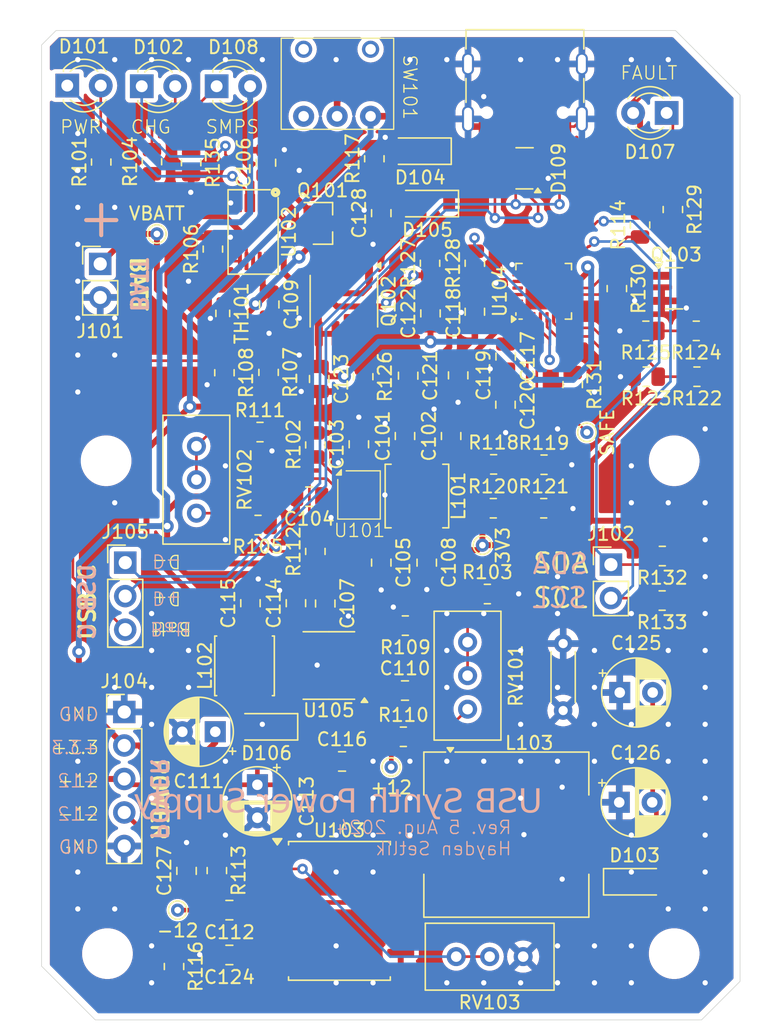
<source format=kicad_pcb>
(kicad_pcb (version 20240108) (generator "pcbnew") (generator_version "8.0")
  (layers (0 "F.Cu" signal) (1 "In1.Cu" signal) (2 "In2.Cu" signal) (31 "B.Cu" signal) (34 "B.Paste" user) (35 "F.Paste" user) (36 "B.SilkS" user "B.Silkscreen") (37 "F.SilkS" user "F.Silkscreen") (38 "B.Mask" user) (39 "F.Mask" user) (44 "Edge.Cuts" user))
  (net 0 "")
  (net 1 "Net-(D104-K)")
  (net 2 "GND")
  (net 3 "VCC")
  (net 4 "VDD")
  (net 5 "+3.3V")
  (net 6 "VBATT")
  (net 7 "Net-(U105-Vc)")
  (net 8 "Net-(C110-Pad2)")
  (net 9 "Net-(R103-Pad1)")
  (net 10 "+12V")
  (net 11 "-12V")
  (net 12 "Net-(D101-K)")
  (net 13 "Net-(D101-A)")
  (net 14 "Net-(D102-A)")
  (net 15 "Net-(D102-K)")
  (net 16 "Net-(U101-VAUX)")
  (net 17 "Net-(U101-L2)")
  (net 18 "Net-(U101-L1)")
  (net 19 "Net-(D106-A)")
  (net 20 "Net-(U104-VCCD)")
  (net 22 "Net-(C121-Pad2)")
  (net 24 "BATT_REF")
  (net 25 "Net-(U102-PROG)")
  (net 26 "Net-(U105-FB)")
  (net 27 "Net-(U102-THERM)")
  (net 29 "Net-(U101-EN)")
  (net 30 "USBC_D+")
  (net 31 "USBC_D-")
  (net 32 "/VBUS")
  (net 33 "Net-(D107-K)")
  (net 34 "SCL")
  (net 35 "SDA")
  (net 36 "/CC2")
  (net 37 "/CC1")
  (net 38 "Net-(Q102A-G1)")
  (net 39 "Net-(Q102A-S1)")
  (net 40 "Net-(Q103-D)")
  (net 41 "Net-(Q103-G)")
  (net 42 "Net-(U104-FLIP)")
  (net 43 "/VBUS_MIN")
  (net 44 "/VBUS_MAX")
  (net 45 "/I_COARSE")
  (net 46 "/I_FINE")
  (net 47 "Net-(U104-VBUS_FET_EN)")
  (net 48 "Net-(U104-SAFE_PWR_EN)")
  (net 49 "Net-(R131-Pad2)")
  (net 56 "Net-(U101-FB)")
  (net 57 "Net-(R111-Pad1)")
  (net 58 "Net-(U101-PG)")
  (net 60 "Net-(U103-CAP)")
  (net 61 "Net-(D103-K)")
  (net 63 "Net-(D105-A)")
  (net 64 "Net-(U103-FB2)")
  (net 65 "Net-(U103-DC)")
  (net 67 "Net-(D108-K)")
  (footprint "Resistor_SMD:R_0805_2012Metric" (layer "F.Cu") (at 4.525 9.975 90)
    (property "Reference" "R101")
    (property "Value" "470")
  )
  (footprint "Diode_SMD:D_SOD-123" (layer "F.Cu") (at 29.275 13.125 180)
    (property "Reference" "D105")
    (property "Value" "PMEG3030")
  )
  (footprint "Capacitor_SMD:C_0805_2012Metric" (layer "F.Cu") (at 14.25 66.7 180)
    (property "Reference" "C112")
    (property "Value" "1n")
  )
  (footprint "Resistor_SMD:R_0805_2012Metric" (layer "F.Cu") (at 47.1 39.85 180)
    (property "Reference" "R132")
    (property "Value" "2k2")
  )
  (footprint "Connector_USB:USB_C_Receptacle_Palconn_UTC16-G" (layer "F.Cu") (at 36.675 4.775 180)
    (property "Reference" "J103" (hide yes))
    (property "Value" "USB_C")
  )
  (footprint "Capacitor_SMD:C_0805_2012Metric" (layer "F.Cu") (at 19.300001 43.425 90)
    (property "Reference" "C114")
    (property "Value" "1u")
  )
  (footprint "Resistor_SMD:R_0805_2012Metric" (layer "F.Cu") (at 13 16.575 90)
    (property "Reference" "R106")
    (property "Value" "3k3")
  )
  (footprint "Connector_PinHeader_2.54mm:PinHeader_1x03_P2.54mm_Vertical" (layer "F.Cu") (at 6.35 40.35)
    (property "Reference" "J105")
    (property "Value" "DATA1")
  )
  (footprint "Capacitor_SMD:C_0805_2012Metric" (layer "F.Cu") (at 20.306853 35.35 180)
    (property "Reference" "C104")
    (property "Value" "100n")
  )
  (footprint "Resistor_SMD:R_0805_2012Metric" (layer "F.Cu") (at 34.3 32.9)
    (property "Reference" "R118")
    (property "Value" "DNP")
  )
  (footprint "Resistor_SMD:R_0805_2012Metric" (layer "F.Cu") (at 45.849999 22.775 180)
    (property "Reference" "R125")
    (property "Value" "100")
  )
  (footprint "TestPoint:TestPoint_THTPad_D1.0mm_Drill0.5mm_VAL" (layer "F.Cu") (at 8.75 15.425 180)
    (property "Reference" "TP103" (hide yes))
    (property "Value" "VBATT")
  )
  (footprint "Capacitor_SMD:C_0805_2012Metric" (layer "F.Cu") (at 15.850001 43.425 90)
    (property "Reference" "C115")
    (property "Value" "22u")
  )
  (footprint "Resistor_SMD:R_0805_2012Metric" (layer "F.Cu") (at 47.0875 43.225 180)
    (property "Reference" "R133")
    (property "Value" "2k2")
  )
  (footprint "PCM_4ms_Package_SOT:SOT-23" (layer "F.Cu") (at 21.325 14.625)
    (property "Reference" "Q101")
    (property "Value" "BSH205G2A")
  )
  (footprint "Capacitor_SMD:C_0805_2012Metric" (layer "F.Cu") (at 24.075 31.375 90)
    (property "Reference" "C103")
    (property "Value" "10u")
  )
  (footprint "Capacitor_SMD:C_0805_2012Metric" (layer "F.Cu") (at 35.2125 24.725 -90)
    (property "Reference" "C117")
    (property "Value" "4u7")
  )
  (footprint "Resistor_SMD:R_0805_2012Metric" (layer "F.Cu") (at 13.3 63.7 -90)
    (property "Reference" "R113")
    (property "Value" "5k1")
  )
  (footprint "TestPoint:TestPoint_THTPad_D1.0mm_Drill0.5mm_VAL" (layer "F.Cu") (at 10.325 66.7)
    (property "Reference" "TP102" (hide yes))
    (property "Value" "-12")
  )
  (footprint "LED_THT:LED_D3.0mm" (layer "F.Cu") (at 13.285 4.225)
    (property "Reference" "D108")
    (property "Value" "SMPS")
  )
  (footprint "Capacitor_THT:CP_Radial_D5.0mm_P2.50mm" (layer "F.Cu") (at 13.180114 53.175 180)
    (property "Reference" "C111")
    (property "Value" "330u")
  )
  (footprint "Resistor_SMD:R_0805_2012Metric" (layer "F.Cu") (at 27.45 53.554999)
    (property "Reference" "R110")
    (property "Value" "33k")
  )
  (footprint "Resistor_SMD:R_0805_2012Metric" (layer "F.Cu") (at 32.875 17.649999 90)
    (property "Reference" "R128")
    (property "Value" "2k2")
  )
  (footprint "TestPoint:TestPoint_THTPad_D1.0mm_Drill0.5mm_VAL" (layer "F.Cu") (at 26.525 55.85)
    (property "Reference" "TP105" (hide yes))
    (property "Value" "+12")
  )
  (footprint "Package_DFN_QFN:QFN-24-1EP_4x4mm_P0.5mm_EP2.75x2.75mm" (layer "F.Cu") (at 38.1 19.775 90)
    (property "Reference" "U104")
    (property "Value" "CYPD3177-24LQ")
  )
  (footprint "Resistor_SMD:R_0805_2012Metric" (layer "F.Cu") (at 34.275 36.225)
    (property "Reference" "R120")
    (property "Value" "DNP")
  )
  (footprint "Resistor_SMD:R_0805_2012Metric" (layer "F.Cu") (at 38.125 32.925)
    (property "Reference" "R119")
    (property "Value" "100")
  )
  (footprint "Capacitor_SMD:C_0805_2012Metric" (layer "F.Cu") (at 31.075 30.75 90)
    (property "Reference" "C102")
    (property "Value" "10u")
  )
  (footprint "Resistor_SMD:R_0805_2012Metric" (layer "F.Cu") (at 38.1 36.225)
    (property "Reference" "R121")
    (property "Value" "100")
  )
  (footprint "Resistor_SMD:R_0805_2012Metric" (layer "F.Cu") (at 17.225 25.925 -90)
    (property "Reference" "R107")
    (property "Value" "33k")
  )
  (footprint "Package_SO:SOIC-8_3.9x4.9mm_P1.27mm" (layer "F.Cu") (at 21.800002 48.15 180)
    (property "Reference" "U105")
    (property "Value" "CS5173")
  )
  (footprint "Resistor_SMD:R_0805_2012Metric" (layer "F.Cu") (at 16.425 37.5 180)
    (property "Reference" "R105")
    (property "Value" "47k")
  )
  (footprint "Resistor_SMD:R_0805_2012Metric" (layer "F.Cu") (at 49.725 26.25 180)
    (property "Reference" "R122")
    (property "Value" "10k")
  )
  (footprint "TestPoint:TestPoint_THTPad_D1.0mm_Drill0.5mm_VAL" (layer "F.Cu") (at 33.45 39.025 90)
    (property "Reference" "TP101" (hide yes))
    (property "Value" "3V3")
  )
  (footprint "Capacitor_THT:CP_Radial_D5.0mm_P2.50mm" (layer "F.Cu") (at 16.375 57.194887 -90)
    (property "Reference" "C113")
    (property "Value" "330u")
  )
  (footprint "Capacitor_SMD:C_0805_2012Metric" (layer "F.Cu") (at 17.025 10.025 90)
    (property "Reference" "C106")
    (property "Value" "2u2")
  )
  (footprint "Package_DFN_QFN:TXN_QFN15" (layer "F.Cu") (at 24.1 35.217456)
    (property "Reference" "U101")
    (property "Value" "TPS63070")
  )
  (footprint "Package_SO:MSOP-10_3x3mm_P0.5mm" (layer "F.Cu") (at 16.05 15.275 -90)
    (property "Reference" "U102")
    (property "Value" "MCP73834T" (hide yes))
  )
  (footprint "LED_THT:LED_D3.0mm" (layer "F.Cu") (at 7.6 4.225)
    (property "Reference" "D102")
    (property "Value" "CHG")
  )
  (footprint "Potentiometer_THT:Potentiometer_Bourns_3296W_Vertical" (layer "F.Cu") (at 36.54 70.225)
    (property "Reference" "RV103")
    (property "Value" "10k")
  )
  (footprint "Resistor_SMD:R_0805_2012Metric" (layer "F.Cu") (at 49.675 22.775 180)
    (property "Reference" "R124")
    (property "Value" "DNP")
  )
  (footprint "Package_SO:SOIC-8_3.9x4.9mm_P1.27mm" (layer "F.Cu") (at 22.94 20.524999 -90)
    (property "Reference" "Q102")
    (property "Value" "DMP6050SSD")
  )
  (footprint "Resistor_SMD:R_0805_2012Metric" (layer "F.Cu") (at 8.375 9.95 90)
    (property "Reference" "R104")
    (property "Value" "470")
  )
  (footprint "Resistor_SMD:R_0805_2012Metric" (layer "F.Cu") (at 43.65 19.57 -90)
    (property "Reference" "R130")
    (property "Value" "10k")
  )
  (footprint "LED_THT:LED_D3.0mm" (layer "F.Cu") (at 1.95 4.175)
    (property "Reference" "D101")
    (property "Value" "PWR")
  )
  (footprint "Resistor_SMD:R_0805_2012Metric" (layer "F.Cu") (at 40.3 26.85 -90)
    (property "Reference" "R131")
    (property "Value" "2k2")
  )
  (footprint "Capacitor_SMD:C_0805_2012Metric" (layer "F.Cu") (at 25.775 13.85 90)
    (property "Reference" "C128")
    (property "Value" "1u")
  )
  (footprint "Potentiometer_THT:Potentiometer_Bourns_3296W_Vertical" (layer "F.Cu") (at 32.325 51.461249 -90)
    (property "Reference" "RV101")
    (property "Value" "10k")
  )
  (footprint "Capacitor_SMD:C_0805_2012Metric" (layer "F.Cu") (at 32.875 21.324999 -90)
    (property "Reference" "C118")
    (property "Value" "100n")
  )
  (footprint "Resistor_SMD:R_0805_2012Metric" (layer "F.Cu") (at 13.875 25.95 -90)
    (property "Reference" "R108")
    (property "Value" "100k")
  )
  (footprint "Resistor_SMD:R_0805_2012Metric" (layer "F.Cu") (at 24.405 26.249999 -90)
    (property "Reference" "R126")
    (property "Value" "22k")
  )
  (footprint "Capacitor_THT:CP_Radial_D5.0mm_P2.50mm" (layer "F.Cu") (at 43.869888 50.2)
    (property "Reference" "C125")
    (property "Value" "220u")
  )
  (footprint "Resistor_SMD:R_0805_2012Metric" (layer "F.Cu") (at 45.41 14.745 90)
    (property "Reference" "R114")
    (property "Value" "4k7")
  )
  (footprint "Resistor_SMD:R_0805_2012Metric" (layer "F.Cu") (at 45.875 26.25 180)
    (property "Reference" "R123")
    (property "Value" "5k1")
  )
  (footprint "Capacitor_SMD:C_0805_2012Metric" (layer "F.Cu") (at 27.575001 50.05)
    (property "Reference" "C110")
    (property "Value" "10n")
  )
  (footprint "Connector_PinHeader_2.54mm:PinHeader_1x05_P2.54mm_Vertical" (layer "F.Cu") (at 6.275 51.675)
    (property "Reference" "J104")
    (property "Value" "PWR")
  )
  (footprint "Package_TO_SOT_SMD:SOT-143" (layer "F.Cu") (at 36.65 10.45 180)
    (property "Reference" "D109")
    (property "Value" "SP0503BAHT")
  )
  (footprint "Diode_SMD:D_SOD-123" (layer "F.Cu") (at 28.725 9.15 180)
    (property "Reference" "D104")
    (property "Value" "PMEG3030")
  )
  (footprint "Resistor_SMD:R_0805_2012Metric" (layer "F.Cu") (at 11.35 10.025 -90)
    (property "Reference" "R135")
    (property "Value" "470")
  )
  (footprint "Capacitor_SMD:C_0805_2012Metric" (layer "F.Cu") (at 35.2 28.375 -90)
    (property "Reference" "C120")
    (property "Value" "4u7")
  )
  (footprint "Resistor_SMD:R_0805_2012Metric" (layer "F.Cu") (at 20.775 31.425 -90)
    (property "Reference" "R102")
    (property "Value" "10k")
  )
  (footprint "Capacitor_SMD:C_0805_2012Metric" (layer "F.Cu") (at 11 63.725 90)
    (property "Reference" "C127")
    (property "Value" "10u")
  )
  (footprint "Capacitor_SMD:C_0805_2012Metric" (layer "F.Cu") (at 21.065 26.424999 -90)
    (property "Reference" "C123")
    (property "Value" "1u")
  )
  (footprint "Resistor_SMD:R_0805_2012Metric" (layer "F.Cu") (at 16.575 30.45)
    (property "Reference" "R111")
    (property "Value" "5k1")
  )
  (footprint "Resistor_SMD:R_0805_2012Metric" (layer "F.Cu") (at 29.475 17.649999 90)
    (property "Reference" "R127")
    (property "Value" "2k2")
  )
  (footprint "Potentiometer_THT:Potentiometer_Bourns_3296W_Vertical" (layer "F.Cu") (at 11.75 36.6 -90)
    (property "Reference" "RV102")
    (property "Value" "10k")
  )
  (footprint "Connector_PinHeader_2.54mm:PinHeader_1x02_P2.54mm_Vertical" (layer "F.Cu") (at 4.45 17.7)
    (property "Reference" "J101")
    (property "Value" "BATTERY")
  )
  (footprint "TestPoint:TestPoint_THTPad_D1.0mm_Drill0.5mm_VAL" (layer "F.Cu") (at 41.375 30.475 90)
    (property "Reference" "TP104" (hide yes))
    (property "Value" "SAFE")
  )
  (footprint "Diode_SMD:D_SOD-123" (layer "F.Cu") (at 17.075 52.8 180)
    (property "Reference" "D106")
    (property "Value" "PMEG3030")
  )
  (footprint "Package_SO:SOIC-16W_7.5x10.3mm_P1.27mm" (layer "F.Cu") (at 22.6 66.755)
    (property "Reference" "U103")
    (property "Value" "NCV33163")
  )
  (footprint "Capacitor_SMD:C_0805_2012Metric" (layer "F.Cu") (at 27.815 26.174999 -90)
    (property "Reference" "C121")
    (property "Value" "4u7")
  )
  (footprint "Capacitor_SMD:C_0805_2012Metric" (layer "F.Cu") (at 31.61 26.15 -90)
    (property "Reference" "C119")
    (property "Value" "100n")
  )
  (footprint "Resistor_SMD:R_0805_2012Metric" (layer "F.Cu") (at 47.9 13.575 -90)
    (property "Reference" "R129")
    (property "Value" "10k")
  )
  (footprint "Resistor_SMD:R_0805_2012Metric" (layer "F.Cu") (at 33.825 42.73125)
    (property "Reference" "R103")
    (property "Value" "1k")
  )
  (footprint "Resistor_THT:R_Axial_DIN0204_L3.6mm_D1.6mm_P5.08mm_Horizontal" (layer "F.Cu") (at 39.575 51.565 90)
    (property "Reference" "R115" (hide yes))
    (property "Value" "LOOP")
  )
  (footprint "Capacitor_SMD:C_0805_2012Metric" (layer "F.Cu") (at 14.25 70.1 180)
    (property "Reference" "C124")
    (property "Value" "1u")
  )
  (footprint "Capacitor_THT:CP_Radial_D5.0mm_P2.50mm" (layer "F.Cu") (at 43.830001 58.525)
    (property "Reference" "C126")
    (property "Value" "220u")
  )
  (footprint "Inductor_SMD:L_Coilcraft_XAL4020-XXX" (layer "F.Cu") (at 28.481853 35.3 -90)
    (property "Reference" "L101")
    (property "Value" "1u5")
  )
  (footprint "Inductor_SMD:L_Changjiang_FNR4010S" (layer "F.Cu") (at 15.400001 48.175 90)
    (property "Reference" "L102")
    (property "Value" "22uH")
  )
  (footprint "Package_TO_SOT_SMD:SOT-23" (layer "F.Cu") (at 47.9875 19.55)
    (property "Reference" "Q103")
    (property "Value" "2N7002H")
  )
  (footprint "Capacitor_SMD:C_0805_2012Metric" (layer "F.Cu") (at 27.575 30.749999 90)
    (property "Reference" "C101")
    (property "Value" "10u")
  )
  (footprint "Resistor_SMD:R_0805_2012Metric" (layer "F.Cu") (at 10.05 70.975 -90)
    (property "Reference" "R116")
    (property "Value" "0.075")
  )
  (footprint "LED_THT:LED_D3.0mm" (layer "F.Cu") (at 47.425 6.25 180)
    (property "Reference" "D107")
    (property "Value" "USB")
  )
  (footprint "MountingHole:MountingHole_3.5mm" (layer "F.Cu") (at 48 32.625)
    (property "Reference" "REF**" (hide yes))
    (property "Value" "MountingHole_3.5mm")
  )
  (footprint "MountingHole:MountingHole_3.5mm" (layer "F.Cu") (at 48 70)
    (property "Reference" "REF**" (hide yes))
    (property "Value" "MountingHole_3.5mm")
  )
  (footprint "Inductor_SMD:L_Coilcraft_MSS1278-XXX" (layer "F.Cu") (at 35.265 60.975)
    (property "Reference" "L103")
    (property "Value" "180u")
  )
  (footprint "Button_Switch_THT:SW_NKK_B12JH_SPDT" (layer "F.Cu") (at 24.964201 6.5021 180)
    (property "Reference" "SW101")
    (property "Value" "SW_SPDT")
  )
  (footprint "Diode_SMD:D_SOD-123" (layer "F.Cu") (at 45 64.55)
    (property "Reference" "D103")
    (property "Value" "PMEG3030")
  )
  (footprint "Capacitor_SMD:C_0805_2012Metric" (layer "F.Cu") (at 21.525 43.45 -90)
    (property "Reference" "C107")
    (property "Value" "22u")
  )
  (footprint "MountingHole:MountingHole_3.5mm" (layer "F.Cu") (at 5 70)
    (property "Reference" "REF**" (hide yes))
    (property "Value" "MountingHole_3.5mm")
  )
  (footprint "Connector_PinHeader_2.54mm:PinHeader_1x02_P2.54mm_Vertical" (layer "F.Cu") (at 43.2 40.5)
    (property "Reference" "J102")
    (property "Value" "I2C")
  )
  (footprint "Resistor_SMD:R_0805_2012Metric" (layer "F.Cu") (at 25.25 9.725 90)
    (property "Reference" "R117")
    (property "Value" "10k")
  )
  (footprint "Resistor_SMD:R_0805_2012Metric" (layer "F.Cu") (at 20.775 39.5 90)
    (property "Reference" "R112")
    (property "Value" "100k")
  )
  (footprint "Capacitor_SMD:C_0805_2012Metric" (layer "F.Cu") (at 22.8 55.425)
    (property "Reference" "C116")
    (property "Value" "22u")
  )
  (footprint "MountingHole:MountingHole_3.5mm" (layer "F.Cu") (at 4.9 32.625)
    (property "Reference" "REF**" (hide yes))
    (property "Value" "MountingHole_3.5mm")
  )
  (footprint "Capacitor_SMD:C_0805_2012Metric" (layer "F.Cu") (at 29.225 40.35 -90)
    (property "Reference" "C108")
    (property "Value" "22u")
  )
  (footprint "Resistor_SMD:R_0603_1608Metric" (layer "F.Cu") (at 13.75 21.45 -90)
    (property "Reference" "TH101")
    (property "Value" "10k")
  )
  (footprint "Resistor_SMD:R_0805_2012Metric" (layer "F.Cu") (at 27.6 45.125 180)
    (property "Reference" "R109")
    (property "Value" "4k7")
  )
  (footprint "Capacitor_SMD:C_0805_2012Metric" (layer "F.Cu") (at 17.275 20.775 -90)
    (property "Reference" "C109")
    (property "Value" "10u")
  )
  (footprint "Capacitor_SMD:C_0805_2012Metric" (layer "F.Cu") (at 25.775 40.35 -90)
    (property "Reference" "C105")
    (property "Value" "10u")
  )
  (footprint "Capacitor_SMD:C_0805_2012Metric" (layer "F.Cu") (at 29.51 21.449999 90)
    (property "Reference" "C122")
    (property "Value" "100n")
  )
  (gr_poly (pts (xy 1.1 0) (xy 48.1 0) (xy 53 4.9) (xy 53 72.1) (xy 50.075 75.025) (xy 4.075 75.025) (xy 0 70.95) (xy 0 1.1)) (stroke (width 0.05)) (fill none) (layer "Edge.Cuts"))
  (gr_text "POWER" (at 8.195 61.49 270) (layer "B.SilkS") (effects (font (size 1.2 1.2) (thickness 0.24) (bold yes)) (justify left bottom mirror)))
  (gr_text "Batt" (at 8.175 44.775 180) (layer "B.SilkS") (effects (font (size 1 1) (thickness 0.1)) (justify left bottom mirror)))
  (gr_text "BATT" (at 6.675 21.475 270) (layer "B.SilkS") (effects (font (size 1.2 1.2) (thickness 0.24) (bold yes)) (justify left bottom mirror)))
  (gr_text "SCL" (at 41.5 43.9 0) (layer "B.SilkS") (effects (font (size 1.5 1.5) (thickness 0.1875)) (justify left bottom mirror)))
  (gr_text "D+" (at 8.325 42.455 180) (layer "B.SilkS") (effects (font (size 1 1) (thickness 0.1)) (justify left bottom mirror)))
  (gr_text "+12" (at 4.405 57.48 0) (layer "B.SilkS") (effects (font (size 1 1) (thickness 0.1)) (justify left bottom mirror)))
  (gr_text "D-" (at 8.320001 39.645 180) (layer "B.SilkS") (effects (font (size 1 1) (thickness 0.1)) (justify left bottom mirror)))
  (gr_text "+" (at 2.475 15.9 0) (layer "B.SilkS") (effects (font (size 3 3) (thickness 0.3) (bold yes)) (justify left bottom)))
  (gr_text "-12" (at 4.405 59.995 0) (layer "B.SilkS") (effects (font (size 1 1) (thickness 0.1)) (justify left bottom mirror)))
  (gr_text "+3.3" (at 4.405 54.965 0) (layer "B.SilkS") (effects (font (size 1 1) (thickness 0.1)) (justify left bottom mirror)))
  (gr_text "USB C" (at 4.165 40.315 90) (layer "B.SilkS") (effects (font (size 1.2 1.2) (thickness 0.24) (bold yes)) (justify left bottom mirror)))
  (gr_text "GND" (at 4.405 62.51 0) (layer "B.SilkS") (effects (font (size 1 1) (thickness 0.1)) (justify left bottom mirror)))
  (gr_text "USB Synth Power Supply" (at 38 59.6 0) (layer "B.SilkS") (effects (font (size 1.8 1.8) (thickness 0.1)) (justify left bottom mirror)))
  (gr_text "Rev. 5 Aug. 2024\nHayden Setlik" (at 35.725 62.625 0) (layer "B.SilkS") (effects (font (size 1 1) (thickness 0.1)) (justify left bottom mirror)))
  (gr_text "SDA" (at 41.6 41.325 0) (layer "B.SilkS") (effects (font (size 1.5 1.5) (thickness 0.1875)) (justify left bottom mirror)))
  (gr_text "GND" (at 4.405 52.45 0) (layer "B.SilkS") (effects (font (size 1 1) (thickness 0.1)) (justify left bottom mirror)))
  (gr_text "+12" (at 1.139762 57.47 0) (layer "F.SilkS") (effects (font (size 1 1) (thickness 0.1)) (justify left bottom)))
  (gr_text "CHG" (at 6.7 7.9 0) (layer "F.SilkS") (effects (font (size 1 1) (thickness 0.1)) (justify left bottom)))
  (gr_text "D-" (at 10.65 39.675 180) (layer "F.SilkS") (effects (font (size 1 1) (thickness 0.1)) (justify left bottom)))
  (gr_text "SMPS" (at 12.38 7.89 0) (layer "F.SilkS") (effects (font (size 1 1) (thickness 0.1)) (justify left bottom)))
  (gr_text "USB C" (at 4.175 46.335 90) (layer "F.SilkS") (effects (font (size 1.2 1.2) (thickness 0.24) (bold yes)) (justify left bottom)))
  (gr_text "POWER" (at 8.235 55.08 270) (layer "F.SilkS") (effects (font (size 1.2 1.2) (thickness 0.24) (bold yes)) (justify left bottom)))
  (gr_text "Batt" (at 11.45 44.775 180) (layer "F.SilkS") (effects (font (size 1 1) (thickness 0.1)) (justify left bottom)))
  (gr_text "+3.3" (at 0.663572 54.955 0) (layer "F.SilkS") (effects (font (size 1 1) (thickness 0.1)) (justify left bottom)))
  (gr_text "-12" (at 1.139762 59.985 0) (layer "F.SilkS") (effects (font (size 1 1) (thickness 0.1)) (justify left bottom)))
  (gr_text "BATT" (at 6.65 17.025 270) (layer "F.SilkS") (effects (font (size 1.2 1.2) (thickness 0.24) (bold yes)) (justify left bottom)))
  (gr_text "GND" (at 1.235 52.44 0) (layer "F.SilkS") (effects (font (size 1 1) (thickness 0.1)) (justify left bottom)))
  (gr_text "+" (at 2.475 15.9 0) (layer "F.SilkS") (effects (font (size 3 3) (thickness 0.3) (bold yes)) (justify left bottom)))
  (gr_text "GND" (at 1.235 62.5 0) (layer "F.SilkS") (effects (font (size 1 1) (thickness 0.1)) (justify left bottom)))
  (gr_text "D+" (at 10.655 42.485 180) (layer "F.SilkS") (effects (font (size 1 1) (thickness 0.1)) (justify left bottom)))
  (gr_text "SCL" (at 37.175 43.9 0) (layer "F.SilkS") (effects (font (size 1.5 1.5) (thickness 0.1875)) (justify left bottom)))
  (gr_text "PWR" (at 1.34 7.9 0) (layer "F.SilkS") (effects (font (size 1 1) (thickness 0.1)) (justify left bottom)))
  (gr_text "FAULT" (at 43.85 3.8 0) (layer "F.SilkS") (effects (font (size 1 1) (thickness 0.1)) (justify left bottom)))
  (gr_text "SDA" (at 37.175 41.275 0) (layer "F.SilkS") (effects (font (size 1.5 1.5) (thickness 0.1875)) (justify left bottom)))
  (segment (start 22.424201 6.5021) (end 22.424201 5.335799) (width 0.5) (layer "F.Cu") (net 1))
  (segment (start 30.925 9.7) (end 30.375 9.15) (width 0.5) (layer "F.Cu") (net 1))
  (segment (start 30.925 13.125) (end 30.925 9.7) (width 0.5) (layer "F.Cu") (net 1))
  (segment (start 30.375 5.865) (end 30.375 9.15) (width 0.5) (layer "F.Cu") (net 1))
  (segment (start 22.424201 5.335799) (end 23.95 3.81) (width 0.5) (layer "F.Cu") (net 1))
  (segment (start 28.32 3.81) (end 30.375 5.865) (width 0.5) (layer "F.Cu") (net 1))
  (segment (start 23.95 3.81) (end 28.32 3.81) (width 0.5) (layer "F.Cu") (net 1))
  (segment (start 44.9625 26.25) (end 43.925 26.25) (width 0.2) (layer "F.Cu") (net 2))
  (segment (start 18.384999 9.075001) (end 18.42 9.04) (width 0.2) (layer "F.Cu") (net 2))
  (segment (start 32.875 22.274998) (end 32.744998 22.274998) (width 0.2) (layer "F.Cu") (net 2))
  (segment (start 23.874999 36.303069) (end 23.539386 35.967456) (width 0.2) (layer "F.Cu") (net 2))
  (segment (start 35.2 30.48) (end 35.21 30.49) (width 0.2) (layer "F.Cu") (net 2))
  (segment (start 18.075001 42.475001) (end 18.06 42.46) (width 0.2) (layer "F.Cu") (net 2))
  (segment (start 23.749999 55.425) (end 25.135 55.425) (width 0.2) (layer "F.Cu") (net 2))
  (segment (start 15.850001 42.179999) (end 16.44 41.59) (width 0.2) (layer "F.Cu") (net 2))
  (segment (start 37.65 11.2) (end 38.43 11.2) (width 0.2) (layer "F.Cu") (net 2))
  (segment (start 32.744998 22.274998) (end 31.85 21.38) (width 0.2) (layer "F.Cu") (net 2))
  (segment (start 40.295 36.225) (end 40.32 36.25) (width 0.2) (layer "F.Cu") (net 2))
  (segment (start 19.704998 27.374998) (end 19.7 27.37) (width 0.2) (layer "F.Cu") (net 2))
  (segment (start 39.875 7.285) (end 40.415 7.285) (width 0.2) (layer "F.Cu") (net 2))
  (segment (start 24.7 35.217456) (end 26.047456 35.217456) (width 0.2) (layer "F.Cu") (net 2))
  (segment (start 25.135 55.425) (end 25.15 55.41) (width 0.2) (layer "F.Cu") (net 2))
  (segment (start 39.0375 32.925) (end 40.225 32.925) (width 0.2) (layer "F.Cu") (net 2))
  (segment (start 31.075 29.800001) (end 30.870001 29.800001) (width 0.2) (layer "F.Cu") (net 2))
  (segment (start 14.3125 15.6625) (end 14.325 15.675) (width 0.2) (layer "F.Cu") (net 2))
  (segment (start 25.775 42.415) (end 25.77 42.42) (width 0.2) (layer "F.Cu") (net 2))
  (segment (start 31.61 27.099999) (end 31.61 28.18) (width 0.2) (layer "F.Cu") (net 2))
  (segment (start 44.937499 22.775) (end 43.875 22.775) (width 0.2) (layer "F.Cu") (net 2))
  (segment (start 17.4875 30.45) (end 17.4875 31.8725) (width 0.2) (layer "F.Cu") (net 2))
  (segment (start 32.935 7.285) (end 32.355 6.705) (width 0.2) (layer "F.Cu") (net 2))
  (segment (start 39.515 57.39) (end 39.5 57.375) (width 0.2) (layer "F.Cu") (net 2))
  (segment (start 26.6875 45.125) (end 26.6875 43.7225) (width 0.2) (layer "F.Cu") (net 2))
  (segment (start 13.255 22.275) (end 12.81 21.83) (width 0.2) (layer "F.Cu") (net 2))
  (segment (start 19.325002 48.13) (end 19.325002 48.785) (width 0.45) (layer "F.Cu") (net 2))
  (segment (start 17.275 22.945) (end 17.26 22.96) (width 0.2) (layer "F.Cu") (net 2))
  (segment (start 25.199999 12.900001) (end 24.475 13.625) (width 0.2) (layer "F.Cu") (net 2))
  (segment (start 35.35 20.025) (end 34.475 19.15) (width 0.2) (layer "F.Cu") (net 2))
  (segment (start 34.7375 42.73125) (end 36.185 42.73125) (width 0.2) (layer "F.Cu") (net 2))
  (segment (start 39.0125 36.225) (end 40.295 36.225) (width 0.2) (layer "F.Cu") (net 2))
  (segment (start 20.9 48.13) (end 20.91 48.12) (width 0.45) (layer "F.Cu") (net 2))
  (segment (start 21.525 44.399999) (end 23.279999 44.399999) (width 0.2) (layer "F.Cu") (net 2))
  (segment (start 21.065 27.374998) (end 19.704998 27.374998) (width 0.2) (layer "F.Cu") (net 2))
  (segment (start 38.43 11.2) (end 38.44 11.21) (width 0.2) (layer "F.Cu") (net 2))
  (segment (start 23.375 33.817456) (end 23.375 33.635) (width 0.2) (layer "F.Cu") (net 2))
  (segment (start 24.075 29.325) (end 24.07 29.32) (width 0.2) (layer "F.Cu") (net 2))
  (segment (start 23.539386 35.967456) (end 22.95 35.967456) (width 0.2) (layer "F.Cu") (net 2))
  (segment (start 30.870001 29.800001) (end 29.78 28.71) (width 0.2) (layer "F.Cu") (net 2))
  (segment (start 23.375 33.635) (end 22.52 32.78) (width 0.2) (layer "F.Cu") (net 2))
  (segment (start 15.850001 42.475001) (end 15.850001 42.179999) (width 0.2) (layer "F.Cu") (net 2))
  (segment (start 39.515 60.975) (end 39.515 64.335) (width 0.2) (layer "F.Cu") (net 2))
  (segment (start 13 15.6625) (end 14.3125 15.6625) (width 0.2) (layer "F.Cu") (net 2))
  (segment (start 39.515 60.975) (end 39.515 57.39) (width 0.2) (layer "F.Cu") (net 2))
  (segment (start 24.075 30.425001) (end 24.075 29.325) (width 0.2) (layer "F.Cu") (net 2))
  (segment (start 11.35 12.24) (end 11.32 12.27) (width 0.2) (layer "F.Cu") (net 2))
  (segment (start 17.025 9.075001) (end 18.384999 9.075001) (width 0.2) (layer "F.Cu") (net 2))
  (segment (start 26.6875 43.7225) (end 26.69 43.72) (width 0.2) (layer "F.Cu") (net 2))
  (segment (start 22.922544 35.967456) (end 21.96 36.93) (width 0.2) (layer "F.Cu") (net 2))
  (segment (start 19.325002 48.13) (end 20.9 48.13) (width 0.45) (layer "F.Cu") (net 2))
  (segment (start 25.25 8.8125) (end 25.3625 8.8125) (width 0.2) (layer "F.Cu") (net 2))
  (segment (start 25.775 41.299999) (end 25.775 42.415) (width 0.2) (layer "F.Cu") (net 2))
  (segment (start 15.05 13.075) (end 14.35 13.075) (width 0.2) (layer "F.Cu") (net 2))
  (segment (start 13.875 26.8625) (end 12.5625 26.8625) (width 0.2) (layer "F.Cu") (net 2))
  (segment (start 22.95 35.967456) (end 22.922544 35.967456) (width 0.2) (layer "F.Cu") (net 2))
  (segment (start 17.4875 31.8725) (end 17.48 31.88) (width 0.2) (layer "F.Cu") (net 2))
  (segment (start 29.225 42.385) (end 29.23 42.39) (width 0.2) (layer "F.Cu") (net 2))
  (segment (start 35.2125 25.674999) (end 34.054999 25.674999) (width 0.2) (layer "F.Cu") (net 2))
  (segment (start 36.125 20.025) (end 35.35 20.025) (width 0.2) (layer "F.Cu") (net 2))
  (segment (start 19.325002 47.515) (end 19.325002 48.13) (width 0.45) (layer "F.Cu") (net 2))
  (segment (start 36.125001 18.525) (end 36.125001 18.175001) (width 0.2) (layer "F.Cu") (net 2))
  (segment (start 23.279999 44.399999) (end 23.28 44.4) (width 0.2) (layer "F.Cu") (net 2))
  (segment (start 23.874999 36.617456) (end 23.874999 36.303069) (width 0.2) (layer "F.Cu") (net 2))
  (segment (start 38.1 19.775) (end 36.85 18.525) (width 0.2) (layer "F.Cu") (net 2))
  (segment (start 44.9925 20.4825) (end 45 20.49) (width 0.2) (layer "F.Cu") (net 2))
  (segment (start 31.61 28.18) (end 31.6 28.19) (width 0.2) (layer "F.Cu") (net 2))
  (segment (start 43.65 20.4825) (end 44.9925 20.4825) (width 0.2) (layer "F.Cu") (net 2))
  (segment (start 25.775 12.900001) (end 25.199999 12.900001) (width 0.2) (layer "F.Cu") (net 2))
  (segment (start 40.225 32.925) (end 40.23 32.93) (width 0.2) (layer "F.Cu") (net 2))
  (segment (start 36.85 18.525) (end 36.125001 18.525) (width 0.2) (layer "F.Cu") (net 2))
  (segment (start 11.35 10.9375) (end 11.35 12.24) (width 0.2) (layer "F.Cu") (net 2))
  (segment (start 25.3625 8.8125) (end 26.075 8.1) (width 0.2) (layer "F.Cu") (net 2))
  (segment (start 26.047456 35.217456) (end 26.05 35.22) (width 0.2) (layer "F.Cu") (net 2))
  (segment (start 36.185 42.73125) (end 36.2 42.71625) (width 0.2) (layer "F.Cu") (net 2))
  (segment (start 11 62.775001) (end 11 61.575) (width 0.2) (layer "F.Cu") (net 2))
  (segment (start 33.475 7.285) (end 32.935 7.285) (width 0.2) (layer "F.Cu") (net 2))
  (segment (start 48.38 20.5) (end 48.92 21.04) (width 0.2) (layer "F.Cu") (net 2))
  (segment (start 29.225 41.299999) (end 29.225 42.385) (width 0.2) (layer "F.Cu") (net 2))
  (segment (start 39.515 60.975) (end 36.6 60.975) (width 0.2) (layer "F.Cu") (net 2))
  (segment (start 19.300001 42.475001) (end 18.075001 42.475001) (width 0.2) (layer "F.Cu") (net 2))
  (segment (start 13.75 22.275) (end 13.255 22.275) (width 0.2) (layer "F.Cu") (net 2))
  (segment (start 34.054999 25.674999) (end 34.04 25.66) (width 0.2) (layer "F.Cu") (net 2))
  (segment (start 12.5625 26.8625) (end 12.56 26.86) (width 0.2) (layer "F.Cu") (net 2))
  (segment (start 36.125 20.025) (end 37.85 20.025) (width 0.2) (layer "F.Cu") (net 2))
  (segment (start 36.125001 18.175001) (end 35.7 17.75) (width 0.2) (layer "F.Cu") (net 2))
  (segment (start 17.275 21.724999) (end 17.275 22.945) (width 0.2) (layer "F.Cu") (net 2))
  (segment (start 27.575 29.8) (end 26.07 29.8) (width 0.2) (layer "F.Cu") (net 2))
  (segment (start 37.85 20.025) (end 38.1 19.775) (width 0.2) (layer "F.Cu") (net 2))
  (segment (start 12.025 70.1) (end 12 70.075) (width 0.2) (layer "F.Cu") (net 2))
  (segment (start 35.2 29.324999) (end 35.2 30.48) (width 0.2) (layer "F.Cu") (net 2))
  (segment (start 47.05 20.5) (end 48.38 20.5) (width 0.2) (layer "F.Cu") (net 2))
  (segment (start 39.515 64.335) (end 39.5 64.35) (width 0.2) (layer "F.Cu") (net 2))
  (segment (start 40.415 7.285) (end 40.995 6.705) (width 0.2) (layer "F.Cu") (net 2))
  (segment (start 13.300001 70.1) (end 12.025 70.1) (width 0.2) (layer "F.Cu") (net 2))
  (via (at 2.75 66.61) (size 0.8) (drill 0.4) (layers "F.Cu" "B.Cu") (net 2))
  (via (at 47.55 35.81) (size 0.8) (drill 0.4) (layers "F.Cu" "B.Cu") (net 2))
  (via (at 14.325 15.675) (size 0.8) (drill 0.4) (layers "F.Cu" "B.Cu") (net 2))
  (via (at 8.35 44.21) (size 0.8) (drill 0.4) (layers "F.Cu" "B.Cu") (net 2))
  (via (at 2.75 7.81) (size 0.8) (drill 0.4) (layers "F.Cu" "B.Cu") (net 2))
  (via (at 22.35 61.01) (size 0.8) (drill 0.4) (layers "F.Cu" "B.Cu") (net 2))
  (via (at 36.2 42.71625) (size 0.8) (drill 0.4) (layers "F.Cu" "B.Cu") (net 2))
  (via (at 39.5 57.375) (size 0.8) (drill 0.4) (layers "F.Cu" "B.Cu") (net 2))
  (via (at 38.44 11.21) (size 0.8) (drill 0.4) (layers "F.Cu" "B.Cu") (net 2))
  (via (at 11.15 49.81) (size 0.8) (drill 0.4) (layers "F.Cu" "B.Cu") (net 2))
  (via (at 50.35 49.81) (size 0.8) (drill 0.4) (layers "F.Cu" "B.Cu") (net 2))
  (via (at 44.75 33.01) (size 0.8) (drill 0.4) (layers "F.Cu" "B.Cu") (net 2))
  (via (at 5.55 21.81) (size 0.8) (drill 0.4) (layers "F.Cu" "B.Cu") (net 2))
  (via (at 27.95 61.01) (size 0.8) (drill 0.4) (layers "F.Cu" "B.Cu") (net 2))
  (via (at 25.15 16.21) (size 0.8) (drill 0.4) (layers "F.Cu" "B.Cu") (net 2))
  (via (at 26.075 8.1) (size 0.8) (drill 0.4) (layers "F.Cu" "B.Cu") (net 2))
  (via (at 50.35 38.61) (size 0.8) (drill 0.4) (layers "F.Cu" "B.Cu") (net 2))
  (via (at 5.55 35.81) (size 0.8) (drill 0.4) (layers "F.Cu" "B.Cu") (net 2))
  (via (at 2.75 63.81) (size 0.8) (drill 0.4) (layers "F.Cu" "B.Cu") (net 2))
  (via (at 44.75 69.41) (size 0.8) (drill 0.4) (layers "F.Cu" "B.Cu") (net 2))
  (via (at 12.81 21.83) (size 0.8) (drill 0.4) (layers "F.Cu" "B.Cu") (net 2))
  (via (at 39.15 30.21) (size 0.8) (drill 0.4) (layers "F.Cu" "B.Cu") (net 2))
  (via (at 13.95 38.61) (size 0.8) (drill 0.4) (layers "F.Cu" "B.Cu") (net 2))
  (via (at 50.35 63.81) (size 0.8) (drill 0.4) (layers "F.Cu" "B.Cu") (net 2))
  (via (at 30.75 49.81) (size 0.8) (drill 0.4) (layers "F.Cu" "B.Cu") (net 2))
  (via (at 25.15 58.21) (size 0.8) (drill 0.4) (layers "F.Cu" "B.Cu") (net 2))
  (via (at 34.475 19.15) (size 0.8) (drill 0.4) (layers "F.Cu" "B.Cu") (net 2))
  (via (at 26.07 29.8) (size 0.8) (drill 0.4) (layers "F.Cu" "B.Cu") (net 2))
  (via (at 39.15 2.21) (size 0.8) (drill 0.4) (layers "F.Cu" "B.Cu") (net 2))
  (via (at 5.55 13.41) (size 0.8) (drill 0.4) (layers "F.Cu" "B.Cu") (net 2))
  (via (at 39.15 44.21) (size 0.8) (drill 0.4) (layers "F.Cu" "B.Cu") (net 2))
  (via (at 33.55 55.41) (size 0.8) (drill 0.4) (layers "F.Cu" "B.Cu") (net 2))
  (via (at 16.75 2.21) (size 0.8) (drill 0.4) (layers "F.Cu" "B.Cu") (net 2))
  (via (at 41.95 52.61) (size 0.8) (drill 0.4) (layers "F.Cu" "B.Cu") (net 2))
  (via (at 50.35 41.41) (size 0.8) (drill 0.4) (layers "F.Cu" "B.Cu") (net 2))
  (via (at 22.35 58.21) (size 0.8) (drill 0.4) (layers "F.Cu" "B.Cu") (net 2))
  (via (at 13.95 33.01) (size 0.8) (drill 0.4) (layers "F.Cu" "B.Cu") (net 2))
  (via (at 2.75 10.61) (size 0.8) (drill 0.4) (layers "F.Cu" "B.Cu") (net 2))
  (via (at 39.15 55.41) (size 0.8) (drill 0.4) (layers "F.Cu" "B.Cu") (net 2))
  (via (at 41.95 55.41) (size 0.8) (drill 0.4) (layers "F.Cu" "B.Cu") (net 2))
  (via (at 11.15 47.01) (size 0.8) (drill 0.4) (layers "F.Cu" "B.Cu") (net 2))
  (via (at 11 61.575) (size 0.8) (drill 0.4) (layers "F.Cu" "B.Cu") (net 2))
  (via (at 20.91 48.12) (size 0.8) (drill 0.4) (layers "F.Cu" "B.Cu") (net 2))
  (via (at 50.35 52.61) (size 0.8) (drill 0.4) (layers "F.Cu" "B.Cu") (net 2))
  (via (at 44.75 52.61) (size 0.8) (drill 0.4) (layers "F.Cu" "B.Cu") (net 2))
  (via (at 33.55 72.21) (size 0.8) (drill 0.4) (layers "F.Cu" "B.Cu") (net 2))
  (via (at 11.15 58.21) (size 0.8) (drill 0.4) (layers "F.Cu" "B.Cu") (net 2))
  (via (at 50.35 66.61) (size 0.8) (drill 0.4) (layers "F.Cu" "B.Cu") (net 2))
  (via (at 27.95 2.21) (size 0.8) (drill 0.4) (layers "F.Cu" "B.Cu") (net 2))
  (via (at 48.92 21.04) (size 0.8) (drill 0.4) (layers "F.Cu" "B.Cu") (net 2))
  (via (at 26.05 35.22) (size 0.8) (drill 0.4) (layers "F.Cu" "B.Cu") (net 2))
  (via (at 34.04 25.66) (size 0.8) (drill 0.4) (layers "F.Cu" "B.Cu") (net 2))
  (via (at 8.35 2.21) (size 0.8) (drill 0.4) (layers "F.Cu" "B.Cu") (net 2))
  (via (at 44.75 47.01) (size 0.8) (drill 0.4) (layers "F.Cu" "B.Cu") (net 2))
  (via (at 22.35 2.21) (size 0.8) (drill 0.4) (layers "F.Cu" "B.Cu") (net 2))
  (via (at 5.55 2.21) (size 0.8) (drill 0.4) (layers "F.Cu" "B.Cu") (net 2))
  (via (at 8.35 72.21) (size 0.8) (drill 0.4) (layers "F.Cu" "B.Cu") (net 2))
  (via (at 22.35 69.41) (size 0.8) (drill 0.4) (layers "F.Cu" "B.Cu") (net 2))
  (via (at 16.44 41.59) (size 0.8) (drill 0.4) (layers "F.Cu" "B.Cu") (net 2))
  (via (at 2.75 13.41) (size 0.8) (drill 0.4) (layers "F.Cu" "B.Cu") (net 2))
  (via (at 2.75 19.01) (size 0.8) (drill 0.4) (layers "F.Cu" "B.Cu") (net 2))
  (via (at 19.7 27.37) (size 0.8) (drill 0.4) (layers "F.Cu" "B.Cu") (net 2))
  (via (at 41.95 69.41) (size 0.8) (drill 0.4) (layers "F.Cu" "B.Cu") (net 2))
  (via (at 26.69 43.72) (size 0.8) (drill 0.4) (layers "F.Cu" "B.Cu") (net 2))
  (via (at 2.75 2.21) (size 0.8) (drill 0.4) (layers "F.Cu" "B.Cu") (net 2))
  (via (at 36.35 72.21) (size 0.8) (drill 0.4) (layers "F.Cu" "B.Cu") (net 2))
  (via (at 30.75 55.41) (size 0.8) (drill 0.4) (layers "F.Cu" "B.Cu") (net 2))
  (via (at 25.77 42.42) (size 0.8) (drill 0.4) (layers "F.Cu" "B.Cu") (net 2))
  (via (at 36.35 2.21) (size 0.8) (drill 0.4) (layers "F.Cu" "B.Cu") (net 2))
  (via (at 8.35 52.61) (size 0.8) (drill 0.4) (layers "F.Cu" "B.Cu") (net 2))
  (via (at 35.21 30.49) (size 0.8) (drill 0.4) (layers "F.Cu" "B.Cu") (net 2))
  (via (at 36.35 47.01) (size 0.8) (drill 0.4) (layers "F.Cu" "B.Cu") (net 2))
  (via (at 50.35 30.21) (size 0.8) (drill 0.4) (layers "F.Cu" "B.Cu") (net 2))
  (via (at 44.75 35.81) (size 0.8) (drill 0.4) (layers "F.Cu" "B.Cu") (net 2))
  (via (at 11.32 12.27) (size 0.8) (drill 0.4) (layers "F.Cu" "B.Cu") (net 2))
  (via (at 50.35 55.41) (size 0.8) (drill 0.4) (layers "F.Cu" "B.Cu") (net 2))
  (via (at 8.35 47.01) (size 0.8) (drill 0.4) (layers "F.Cu" "B.Cu") (net 2))
  (via (at 50.35 35.81) (size 0.8) (drill 0.4) (layers "F.Cu" "B.Cu") (net 2))
  (via (at 41.95 27.41) (size 0.8) (drill 0.4) (layers "F.Cu" "B.Cu") (net 2))
  (via (at 45 20.49) (size 0.8) (drill 0.4) (layers "F.Cu" "B.Cu") (net 2))
  (via (at 40.23 32.93) (size 0.8) (drill 0.4) (layers "F.Cu" "B.Cu") (net 2))
  (via (at 25.15 72.21) (size 0.8) (drill 0.4) (layers "F.Cu" "B.Cu") (net 2))
  (via (at 40.32 36.25) (size 0.8) (drill 0.4) (layers "F.Cu" "B.Cu") (net 2))
  (via (at 2.75 27.41) (size 0.8) (drill 0.4) (layers "F.Cu" "B.Cu") (net 2))
  (via (at 44.75 2.21) (size 0.8) (drill 0.4) (layers "F.Cu" "B.Cu") (net 2))
  (via (at 19.55 10.61) (size 0.8) (drill 0.4) (layers "F.Cu" "B.Cu") (net 2))
  (via (at 31.85 21.38) (size 0.8) (drill 0.4) (layers "F.Cu" "B.Cu") (net 2))
  (via (at 39.15 69.41) (size 0.8) (drill 0.4) (layers "F.Cu" "B.Cu") (net 2))
  (via (at 50.35 58.21) (size 0.8) (drill 0.4) (layers "F.Cu" "B.Cu") (net 2))
  (via (at 36.6 60.975) (size 0.8) (drill 0.4) (layers "F.Cu" "B.Cu") (net 2))
  (via (at 39.15 41.41) (size 0.8) (drill 0.4) (layers "F.Cu" "B.Cu") (net 2))
  (via (at 16.75 52.61) (size 0.8) (drill 0.4) (layers "F.Cu" "B.Cu") (net 2))
  (via (at 50.35 47.01) (size 0.8) (drill 0.4) (layers "F.Cu" "B.Cu") (net 2))
  (via (at 2.75 21.81) (size 0.8) (drill 0.4) (layers "F.Cu" "B.Cu") (net 2))
  (via (at 41.95 47.01) (size 0.8) (drill 0.4) (layers "F.Cu" "B.Cu") (net 2))
  (via (at 18.42 9.04) (size 0.8) (drill 0.4) (layers "F.Cu" "B.Cu") (net 2))
  (via (at 50.35 61.01) (size 0.8) (drill 0.4) (layers "F.Cu" "B.Cu") (net 2))
  (via (at 29.78 28.71) (size 0.8) (drill 0.4) (layers "F.Cu" "B.Cu") (net 2))
  (via (at 47.55 52.61) (size 0.8) (drill 0.4) (layers "F.Cu" "B.Cu") (net 2))
  (via (at 8.35 49.81) (size 0.8) (drill 0.4) (layers "F.Cu" "B.Cu") (net 2))
  (via (at 44.75 72.21) (size 0.8) (drill 0.4) (layers "F.Cu" "B.Cu") (net 2))
  (via (at 8.35 69.41) (size 0.8) (drill 0.4) (layers "F.Cu" "B.Cu") (net 2))
  (via (at 50.35 72.21) (size 0.8) (drill 0.4) (layers "F.Cu" "B.Cu") (net 2))
  (via (at 47.55 55.41) (size 0.8) (drill 0.4) (layers "F.Cu" "B.Cu") (net 2))
  (via (at 11.15 2.21) (size 0.8) (drill 0.4) (layers "F.Cu" "B.Cu") (net 2))
  (via (at 43.875 22.775) (size 0.8) (drill 0.4) (layers "F.Cu" "B.Cu") (net 2))
  (via (at 27.95 58.21) (size 0.8) (drill 0.4) (layers "F.Cu" "B.Cu") (net 2))
  (via (at 36.35 55.41) (size 0.8) (drill 0.4) (layers "F.Cu" "B.Cu") (net 2))
  (via (at 24.475 13.625) (size 0.8) (drill 0.4) (layers "F.Cu" "B.Cu") (net 2))
  (via (at 44.75 55.41) (size 0.8) (drill 0.4) (layers "F.Cu" "B.Cu") (net 2))
  (via (at 5.55 24.61) (size 0.8) (drill 0.4) (layers "F.Cu" "B.Cu") (net 2))
  (via (at 33.55 44.21) (size 0.8) (drill 0.4) (layers "F.Cu" "B.Cu") (net 2))
  (via (at 8.35 58.21) (size 0.8) (drill 0.4) (layers "F.Cu" "B.Cu") (net 2))
  (via (at 5.55 66.61) (size 0.8) (drill 0.4) (layers "F.Cu" "B.Cu") (net 2))
  (via (at 13.95 2.21) (size 0.8) (drill 0.4) (layers "F.Cu" "B.Cu") (net 2))
  (via (at 43.925 26.25) (size 0.8) (drill 0.4) (layers "F.Cu" "B.Cu") (net 2))
  (via (at 13.95 55.41) (size 0.8) (drill 0.4) (layers "F.Cu" "B.Cu") (net 2))
  (via (at 25.15 55.41) (size 0.8) (drill 0.4) (layers "F.Cu" "B.Cu") (net 2))
  (via (at 47.55 66.61) (size 0.8) (drill 0.4) (layers "F.Cu" "B.Cu") (net 2))
  (via (at 12 70.075) (size 0.8) (drill 0.4) (layers "F.Cu" "B.Cu") (net 2))
  (via (at 41.95 72.21) (size 0.8) (drill 0.4) (layers "F.Cu" "B.Cu") (net 2))
  (via (at 47.55 2.21) (size 0.8) (drill 0.4) (layers "F.Cu" "B.Cu") (net 2))
  (via (at 17.48 31.88) (size 0.8) (drill 0.4) (layers "F.Cu" "B.Cu") (net 2))
  (via (at 44.75 61.01) (size 0.8) (drill 0.4) (layers "F.Cu" "B.Cu") (net 2))
  (via (at 14.35 13.075) (size 0.8) (drill 0.4) (layers "F.Cu" "B.Cu") (net 2))
  (via (at 5.55 49.81) (size 0.8) (drill 0.4) (layers "F.Cu" "B.Cu") (net 2))
  (via (at 13.95 58.21) (size 0.8) (drill 0.4) (layers "F.Cu" "B.Cu") (net 2))
  (via (at 36.35 58.21) (size 0.8) (drill 0.4) (layers "F.Cu" "B.Cu") (net 2))
  (via (at 44.75 63.81) (size 0.8) (drill 0.4) (layers "F.Cu" "B.Cu") (net 2))
  (via (at 39.15 72.21) (size 0.8) (drill 0.4) (layers "F.Cu" "B.Cu") (net 2))
  (via (at 30.75 47.01) (size 0.8) (drill 0.4) (layers "F.Cu" "B.Cu") (net 2))
  (via (at 22.35 72.21) (size 0.8) (drill 0.4) (layers "F.Cu" "B.Cu") (net 2))
  (via (at 30.75 2.21) (size 0.8) (drill 0.4) (layers "F.Cu" "B.Cu") (net 2))
  (via (at 2.75 16.21) (size 0.8) (drill 0.4) (layers "F.Cu" "B.Cu") (net 2))
  (via (at 21.96 36.93) (size 0.8) (drill 0.4) (layers "F.Cu" "B.Cu") (net 2))
  (via (at 25.15 63.81) (size 0.8) (drill 0.4) (layers "F.Cu" "B.Cu") (net 2))
  (via (at 44.75 44.21) (size 0.8) (drill 0.4) (layers "F.Cu" "B.Cu") (net 2))
  (via (at 33.55 5.01) (size 0.8) (drill 0.4) (layers "F.Cu" "B.Cu") (net 2))
  (via (at 29.23 42.39) (size 0.8) (drill 0.4) (layers "F.Cu" "B.Cu") (net 2))
  (via (at 17.26 22.96) (size 0.8) (drill 0.4) (layers "F.Cu" "B.Cu") (net 2))
  (via (at 36.35 52.61) (size 0.8) (drill 0.4) (layers "F.Cu" "B.Cu") (net 2))
  (via (at 18.06 42.46) (size 0.8) (drill 0.4) (layers "F.Cu" "B.Cu") (net 2))
  (via (at 50.35 44.21) (size 0.8) (drill 0.4) (layers "F.Cu" "B.Cu") (net 2))
  (via (at 25.15 61.01) (size 0.8) (drill 0.4) (layers "F.Cu" "B.Cu") (net 2))
  (via (at 30.75 72.21) (size 0.8) (drill 0.4) (layers "F.Cu" "B.Cu") (net 2))
  (via (at 24.07 29.32) (size 0.8) (drill 0.4) (layers "F.Cu" "B.Cu") (net 2))
  (via (at 2.75 24.61) (size 0.8) (drill 0.4) (layers "F.Cu" "B.Cu") (net 2))
  (via (at 30.75 44.21) (size 0.8) (drill 0.4) (layers "F.Cu" "B.Cu") (net 2))
  (via (at 19.55 24.61) (size 0.8) (drill 0.4) (layers "F.Cu" "B.Cu") (net 2))
  (via (at 39.5 64.35) (size 0.8) (drill 0.4) (layers "F.Cu" "B.Cu") (net 2))
  (via (at 19.55 58.21) (size 0.8) (drill 0.4) (layers "F.Cu" "B.Cu") (net 2))
  (via (at 47.55 47.01) (size 0.8) (drill 0.4) (layers "F.Cu" "B.Cu") (net 2))
  (via (at 13.95 61.01) (size 0.8) (drill 0.4) (layers "F.Cu" "B.Cu") (net 2))
  (via (at 39.15 49.81) (size 0.8) (drill 0.4) (layers "F.Cu" "B.Cu") (net 2))
  (via (at 41.95 49.81) (size 0.8) (drill 0.4) (layers "F.Cu" "B.Cu") (net 2))
  (via (at 11.15 19.01) (size 0.8) (drill 0.4) (layers "F.Cu" "B.Cu") (net 2))
  (via (at 31.6 28.19) (size 0.8) (drill 0.4) (layers "F.Cu" "B.Cu") (net 2))
  (via (at 23.28 44.4) (size 0.8) (drill 0.4) (layers "F.Cu" "B.Cu") (net 2))
  (via (at 36.35 49.81) (size 0.8) (drill 0.4) (layers "F.Cu" "B.Cu") (net 2))
  (via (at 27.95 55.41) (size 0.8) (drill 0.4) (layers "F.Cu" "B.Cu") (net 2))
  (via (at 2.75 55.41) (size 0.8) (drill 0.4) (layers "F.Cu" "B.Cu") (net 2))
  (via (at 12.56 26.86) (size 0.8) (drill 0.4) (layers "F.Cu" "B.Cu") (net 2))
  (via (at 35.7 17.75) (size 0.8) (drill 0.4) (layers "F.Cu" "B.Cu") (net 2))
  (via (at 22.35 63.81) (size 0.8) (drill 0.4) (layers "F.Cu" "B.Cu") (net 2))
  (via (at 19.55 61.01) (size 0.8) (drill 0.4) (layers "F.Cu" "B.Cu") (net 2))
  (via (at 19.55 21.81) (size 0.8) (drill 0.4) (layers "F.Cu" "B.Cu") (net 2))
  (via (at 22.52 32.78) (size 0.8) (drill 0.4) (layers "F.Cu" "B.Cu") (net 2))
  (segment (start 24.075 32.324999) (end 26.949999 32.324999) (width 0.45) (layer "F.Cu") (net 3))
  (segment (start 19.300001 44.374999) (end 15.850001 44.374999) (width 0.45) (layer "F.Cu") (net 3))
  (segment (start 24.875 33.817456) (end 24.875 33.124999) (width 0.45) (layer "F.Cu") (net 3))
  (segment (start 28.370001 14.799999) (end 28.95 14.22) (width 0.5) (layer "F.Cu") (net 3))
  (segment (start 27.575 31.699998) (end 31.074999 31.699998) (width 0.45) (layer "F.Cu") (net 3))
  (segment (start 27.5121 6.5021) (end 24.964201 6.5021) (width 0.5) (layer "F.Cu") (net 3))
  (segment (start 20.1525 30.5125) (end 20.775 30.5125) (width 0.45) (layer "F.Cu") (net 3))
  (segment (start 28.95 7.94) (end 27.5121 6.5021) (width 0.5) (layer "F.Cu") (net 3))
  (segment (start 18.16 28.52) (end 20.1525 30.5125) (width 0.45) (layer "F.Cu") (net 3))
  (segment (start 28.95 14.22) (end 28.95 7.94) (width 0.5) (layer "F.Cu") (net 3))
  (segment (start 7.96 39.33) (end 7.96 31.81) (width 0.45) (layer "F.Cu") (net 3))
  (segment (start 15.400001 46.675) (end 15.400001 44.824999) (width 0.45) (layer "F.Cu") (net 3))
  (segment (start 25.775 14.799999) (end 28.370001 14.799999) (width 0.5) (layer "F.Cu") (net 3))
  (segment (start 7.96 31.81) (end 11.25 28.52) (width 0.45) (layer "F.Cu") (net 3))
  (segment (start 24.875 33.124999) (end 24.075 32.324999) (width 0.45) (layer "F.Cu") (net 3))
  (segment (start 31.074999 31.699998) (end 31.075 31.699999) (width 0.45) (layer "F.Cu") (net 3))
  (segment (start 15.850001 44.374999) (end 13.004999 44.374999) (width 0.45) (layer "F.Cu") (net 3))
  (segment (start 24.375 33.817456) (end 24.875 33.817456) (width 0.2) (layer "F.Cu") (net 3))
  (segment (start 22.262501 30.5125) (end 24.075 32.324999) (width 0.45) (layer "F.Cu") (net 3))
  (segment (start 13.004999 44.374999) (end 7.96 39.33) (width 0.45) (layer "F.Cu") (net 3))
  (segment (start 19.300001 46.219999) (end 19.325002 46.245) (width 0.45) (layer "F.Cu") (net 3))
  (segment (start 20.775 30.5125) (end 22.262501 30.5125) (width 0.45) (layer "F.Cu") (net 3))
  (segment (start 26.949999 32.324999) (end 27.575 31.699998) (width 0.45) (layer "F.Cu") (net 3))
  (segment (start 15.400001 44.824999) (end 15.850001 44.374999) (width 0.45) (layer "F.Cu") (net 3))
  (segment (start 11.25 28.52) (end 18.16 28.52) (width 0.45) (layer "F.Cu") (net 3))
  (segment (start 24.275002 46.245) (end 19.325002 46.245) (width 0.45) (layer "F.Cu") (net 3))
  (segment (start 19.300001 44.374999) (end 19.300001 46.219999) (width 0.45) (layer "F.Cu") (net 3))
  (via (at 11.25 28.52) (size 1) (drill 0.5) (layers "F.Cu" "B.Cu") (net 3))
  (segment (start 24.964201 7.995799) (end 24.964201 6.5021) (width 0.45) (layer "B.Cu") (net 3))
  (segment (start 11.25 21.71) (end 24.964201 7.995799) (width 0.45) (layer "B.Cu") (net 3))
  (segment (start 11.25 28.52) (end 11.25 21.71) (width 0.45) (layer "B.Cu") (net 3))
  (segment (start 10.75 14.075) (end 13.891727 14.075) (width 0.45) (layer "F.Cu") (net 4))
  (segment (start 16.8 13.275) (end 17.025 13.05) (width 0.45) (layer "F.Cu") (net 4))
  (segment (start 21.035 22.999999) (end 21.035 25.445) (width 0.45) (layer "F.Cu") (net 4))
  (segment (start 26.7375 9.15) (end 25.25 10.6375) (width 0.45) (layer "F.Cu") (net 4))
  (segment (start 8.375 10.8625) (end 8.375 11.7) (width 0.45) (layer "F.Cu") (net 4))
  (segment (start 15.550001 16.275001) (end 16.8 15.025002) (width 0.45) (layer "F.Cu") (net 4))
  (segment (start 15.550001 15.733274) (end 15.550001 16.275001) (width 0.45) (layer "F.Cu") (net 4))
  (segment (start 17.025 10.974999) (end 17.025 12.25) (width 0.45) (layer "F.Cu") (net 4))
  (segment (start 27.075 9.15) (end 26.7375 9.15) (width 0.45) (layer "F.Cu") (net 4))
  (segment (start 13.891727 14.075) (end 15.550001 15.733274) (width 0.45) (layer "F.Cu") (net 4))
  (segment (start 17.025 12.9) (end 17.025 12.25) (width 0.45) (layer "F.Cu") (net 4))
  (segment (start 17.025 10.974999) (end 17.624999 10.974999) (width 0.45) (layer "F.Cu") (net 4))
  (segment (start 40.075 19.025) (end 40.489385 19.025) (width 0.2) (layer "F.Cu") (net 4))
  (segment (start 41.44 17.94) (end 41.44 18.31) (width 0.45) (layer "F.Cu") (net 4))
  (segment (start 21.815 26.225) (end 21.065 25.475) (width 0.45) (layer "F.Cu") (net 4))
  (segment (start 17.624999 10.974999) (end 20.325 13.675) (width 0.45) (layer "F.Cu") (net 4))
  (segment (start 16.8 15.025002) (end 16.8 13.275) (width 0.45) (layer "F.Cu") (net 4))
  (segment (start 17.025 12.25) (end 17.025 13.05) (width 0.45) (layer "F.Cu") (net 4))
  (segment (start 40.75 19) (end 40.725 19) (width 0.45) (layer "F.Cu") (net 4))
  (segment (start 17.025 13.05) (end 17.05 13.075) (width 0.45) (layer "F.Cu") (net 4))
  (segment (start 20.325 13.675) (end 20.725 13.675) (width 0.45) (layer "F.Cu") (net 4))
  (segment (start 29.51 23.59) (end 29.5 23.6) (width 0.45) (layer "F.Cu") (net 4))
  (segment (start 8.35 10.8875) (end 8.375 10.8625) (width 0.45) (layer "F.Cu") (net 4))
  (segment (start 15.550001 17.475) (end 15.550001 16.275001) (width 0.2) (layer "F.Cu") (net 4))
  (segment (start 22.305 22.999999) (end 21.035 22.999999) (width 0.45) (layer "F.Cu") (net 4))
  (segment (start 22.975 26.225) (end 21.815 26.225) (width 0.45) (layer "F.Cu") (net 4))
  (segment (start 21.035 21.01) (end 18.375 18.35) (width 0.45) (layer "F.Cu") (net 4))
  (segment (start 8.375 11.7) (end 10.75 14.075) (width 0.45) (layer "F.Cu") (net 4))
  (segment (start 41.44 18.31) (end 40.75 19) (width 0.45) (layer "F.Cu") (net 4))
  (segment (start 21.035 22.999999) (end 21.035 21.01) (width 0.45) (layer "F.Cu") (net 4))
  (segment (start 40.489385 19.025) (end 40.725 19.025) (width 0.2) (layer "F.Cu") (net 4))
  (segment (start 18.375 14.25) (end 17.025 12.9) (width 0.45) (layer "F.Cu") (net 4))
  (segment (start 21.035 25.445) (end 21.065 25.475) (width 0.45) (layer "F.Cu") (net 4))
  (segment (start 29.51 22.399998) (end 29.51 23.59) (width 0.45) (layer "F.Cu") (net 4))
  (segment (start 23.7625 10.6375) (end 25.25 10.6375) (width 0.45) (layer "F.Cu") (net 4))
  (segment (start 20.725 13.675) (end 23.7625 10.6375) (width 0.45) (layer "F.Cu") (net 4))
  (segment (start 4.525 10.8875) (end 8.35 10.8875) (width 0.45) (layer "F.Cu") (net 4))
  (segment (start 18.375 18.35) (end 18.375 14.25) (width 0.45) (layer "F.Cu") (net 4))
  (via (at 29.5 23.6) (size 1) (drill 0.5) (layers "F.Cu" "B.Cu") (net 4))
  (via (at 41.44 17.94) (size 1) (drill 0.5) (layers "F.Cu" "B.Cu") (net 4))
  (via (at 22.975 26.225) (size 1) (drill 0.5) (layers "F.Cu" "B.Cu") (net 4))
  (segment (start 29.5 23.6) (end 25.6 23.6) (width 0.45) (layer "B.Cu") (net 4))
  (segment (start 25.6 23.6) (end 22.975 26.225) (width 0.45) (layer "B.Cu") (net 4))
  (segment (start 34.47 23.6) (end 34.55 23.6) (width 0.45) (layer "B.Cu") (net 4))
  (segment (start 40.34 26.49) (end 41.7 25.13) (width 0.45) (layer "B.Cu") (net 4))
  (segment (start 34.21 23.6) (end 34.47 23.6) (width 0.45) (layer "B.Cu") (net 4))
  (segment (start 33.87 23.6) (end 34.21 23.6) (width 0.45) (layer "B.Cu") (net 4))
  (segment (start 41.7 25.13) (end 41.7 18.2) (width 0.45) (layer "B.Cu") (net 4))
  (segment (start 41.7 18.2) (end 41.44 17.94) (width 0.45) (layer "B.Cu") (net 4))
  (segment (start 34.55 23.6) (end 37.44 26.49) (width 0.45) (layer "B.Cu") (net 4))
  (segment (start 29.5 23.6) (end 33.87 23.6) (width 0.45) (layer "B.Cu") (net 4))
  (segment (start 37.44 26.49) (end 40.34 26.49) (width 0.45) (layer "B.Cu") (net 4))
  (segment (start 50.6375 27.0825) (end 49.6 28.12) (width 0.45) (layer "F.Cu") (net 5))
  (segment (start 46.3 28.12) (end 41.7 32.72) (width 0.45) (layer "F.Cu") (net 5))
  (segment (start 44.885 6.25) (end 44.885 5.485) (width 0.45) (layer "F.Cu") (net 5))
  (segment (start 6.275 54.215) (end 2.83 50.77) (width 0.45) (layer "F.Cu") (net 5))
  (segment (start 48.41 3.98) (end 50.5875 6.1575) (width 0.45) (layer "F.Cu") (net 5))
  (segment (start 17.3375 37.5) (end 15.1675 35.33) (width 0.45) (layer "F.Cu") (net 5))
  (segment (start 36.125 20.525) (end 34.8 20.525) (width 0.2) (layer "F.Cu") (net 5))
  (segment (start 7.39 54.215) (end 6.275 54.215) (width 0.45) (layer "F.Cu") (net 5))
  (segment (start 45.41 13.8325) (end 45.41 6.775) (width 0.45) (layer "F.Cu") (net 5))
  (segment (start 10.65 35.33) (end 9.53 36.45) (width 0.45) (layer "F.Cu") (net 5))
  (segment (start 32.875 20.375) (end 34.65 20.375) (width 0.45) (layer "F.Cu") (net 5))
  (segment (start 13.180114 53.175) (end 13.180114 53.994886) (width 0.45) (layer "F.Cu") (net 5))
  (segment (start 33.45 39.025) (end 39.845 39.025) (width 0.45) (layer "F.Cu") (net 5))
  (segment (start 11.525 55.65) (end 8.825 55.65) (width 0.45) (layer "F.Cu") (net 5))
  (segment (start 9.53 36.45) (end 9.53 37.58) (width 0.45) (layer "F.Cu") (net 5))
  (segment (start 33.3625 32.925) (end 33.3875 32.9) (width 0.45) (layer "F.Cu") (net 5))
  (segment (start 20.775 40.4125) (end 24.762501 40.4125) (width 0.45) (layer "F.Cu") (net 5))
  (segment (start 15.1675 35.33) (end 10.65 35.33) (width 0.45) (layer "F.Cu") (net 5))
  (segment (start 50.5875 22.775) (end 50.5875 26.2) (width 0.45) (layer "F.Cu") (net 5))
  (segment (start 33.45 39.025) (end 33.45 36.3125) (width 0.45) (layer "F.Cu") (net 5))
  (segment (start 24.375 36.611456) (end 24.881456 36.611456) (width 0.2) (layer "F.Cu") (net 5))
  (segment (start 46.73 37.17) (end 48.0125 38.4525) (width 0.45) (layer "F.Cu") (net 5))
  (segment (start 20.775 41.750001) (end 21.525 42.500001) (width 0.45) (layer "F.Cu") (net 5))
  (segment (start 41.7 37.17) (end 46.73 37.17) (width 0.45) (layer "F.Cu") (net 5))
  (segment (start 13.180114 53.994886) (end 11.525 55.65) (width 0.45) (layer "F.Cu") (net 5))
  (segment (start 32.100978 25.200001) (end 34.65 22.650979) (width 0.45) (layer "F.Cu") (net 5))
  (segment (start 50.5875 26.2) (end 50.6375 26.25) (width 0.45) (layer "F.Cu") (net 5))
  (segment (start 45.41 6.775) (end 44.885 6.25) (width 0.45) (layer "F.Cu") (net 5))
  (segment (start 34.65 22.650979) (end 34.65 20.375) (width 0.45) (layer "F.Cu") (net 5))
  (segment (start 39.845 39.025) (end 41.7 37.17) (width 0.45) (layer "F.Cu") (net 5))
  (segment (start 44.885 5.485) (end 46.39 3.98) (width 0.45) (layer "F.Cu") (net 5))
  (segment (start 9.53 37.58) (end 9.53 38.76) (width 0.45) (layer "F.Cu") (net 5))
  (segment (start 11.1825 40.4125) (end 20.775 40.4125) (width 0.45) (layer "F.Cu") (net 5))
  (segment (start 50.5875 6.1575) (end 50.5875 22.775) (width 0.45) (layer "F.Cu") (net 5))
  (segment (start 24.875 36.611456) (end 24.881456 36.611456) (width 0.45) (layer "F.Cu") (net 5))
  (segment (start 9.53 38.76) (end 11.1825 40.4125) (width 0.45) (layer "F.Cu") (net 5))
  (segment (start 31.61 25.200001) (end 32.100978 25.200001) (width 0.45) (layer "F.Cu") (net 5))
  (segment (start 48.0125 38.4525) (end 48.0125 39.85) (width 0.45) (layer "F.Cu") (net 5))
  (segment (start 48.0125 39.85) (end 48.0125 43.2125) (width 0.45) (layer "F.Cu") (net 5))
  (segment (start 33.3875 27.872501) (end 33.835 27.425001) (width 0.45) (layer "F.Cu") (net 5))
  (segment (start 49.6 28.12) (end 46.3 28.12) (width 0.45) (layer "F.Cu") (net 5))
  (segment (start 25.775 37.505) (end 25.775 39.400001) (width 0.45) (layer "F.Cu") (net 5))
  (segment (start 2.83 50.77) (end 2.83 47.1) (width 0.45) (layer "F.Cu") (net 5))
  (segment (start 41.7 32.72) (end 41.7 37.17) (width 0.45) (layer "F.Cu") (net 5))
  (segment (start 29.225 39.400001) (end 33.074999 39.400001) (width 0.45) (layer "F.Cu") (net 5))
  (segment (start 33.45 36.3125) (end 33.3625 36.225) (width 0.45) (layer "F.Cu") (net 5))
  (segment (start 25.775 39.400001) (end 29.225 39.400001) (width 0.45) (layer "F.Cu") (net 5))
  (segment (start 34.8 20.525) (end 34.65 20.375) (width 0.2) (layer "F.Cu") (net 5))
  (segment (start 24.762501 40.4125) (end 25.775 39.400001) (width 0.45) (layer "F.Cu") (net 5))
  (segment (start 20.775 40.4125) (end 20.775 41.750001) (width 0.45) (layer "F.Cu") (net 5))
  (segment (start 33.3875 32.9) (end 33.3875 27.872501) (width 0.45) (layer "F.Cu") (net 5))
  (segment (start 50.6375 26.25) (end 50.6375 27.0825) (width 0.45) (layer "F.Cu") (net 5))
  (segment (start 8.825 55.65) (end 7.39 54.215) (width 0.45) (layer "F.Cu") (net 5))
  (segment (start 33.074999 39.400001) (end 33.45 39.025) (width 0.45) (layer "F.Cu") (net 5))
  (segment (start 24.881456 36.611456) (end 25.775 37.505) (width 0.45) (layer "F.Cu") (net 5))
  (segment (start 31.61 25.200001) (end 33.835 27.425001) (width 0.45) (layer "F.Cu") (net 5))
  (segment (start 46.39 3.98) (end 48.41 3.98) (width 0.45) (layer "F.Cu") (net 5))
  (segment (start 33.835 27.425001) (end 35.2 27.425001) (width 0.45) (layer "F.Cu") (net 5))
  (segment (start 33.3625 36.225) (end 33.3625 32.925) (width 0.45) (layer "F.Cu") (net 5))
  (segment (start 48.0125 43.2125) (end 48 43.225) (width 0.45) (layer "F.Cu") (net 5))
  (via (at 9.53 37.58) (size 1) (drill 0.5) (layers "F.Cu" "B.Cu") (net 5))
  (via (at 2.83 47.1) (size 1) (drill 0.5) (layers "F.Cu" "B.Cu") (net 5))
  (segment (start 2.83 40.42) (end 5.67 37.58) (width 0.45) (layer "B.Cu") (net 5))
  (segment (start 8.95 18.36) (end 8.95 34.78) (width 0.45) (layer "B.Cu") (net 5))
  (segment (start 8.95 34.78) (end 9.53 35.36) (width 0.45) (layer "B.Cu") (net 5))
  (segment (start 2.83 47.1) (end 2.83 40.42) (width 0.45) (layer "B.Cu") (net 5))
  (segment (start 15.825 13.805) (end 15.09 14.54) (width 0.45) (layer "B.Cu") (net 5))
  (segment (start 5.67 37.58) (end 9.53 37.58) (width 0.45) (layer "B.Cu") (net 5))
  (segment (start 12.77 14.54) (end 8.95 18.36) (width 0.45) (layer "B.Cu") (net 5))
  (segment (start 15.09 14.54) (end 12.77 14.54) (width 0.45) (layer "B.Cu") (net 5))
  (segment (start 15.825 4.225) (end 15.825 13.805) (width 0.45) (layer "B.Cu") (net 5))
  (segment (start 9.53 35.36) (end 9.53 37.58) (width 0.45) (layer "B.Cu") (net 5))
  (segment (start 16.775 19.325001) (end 16.775 17.425) (width 0.45) (layer "F.Cu") (net 6))
  (segment (start 17.275 19.825001) (end 15.0875 22.012501) (width 0.45) (layer "F.Cu") (net 6))
  (segment (start 15.0875 23.7) (end 16.4 25.0125) (width 0.45) (layer "F.Cu") (net 6))
  (segment (start 17.05 19.600001) (end 17.275 19.825001) (width 0.45) (layer "F.Cu") (net 6))
  (segment (start 12.825 23.7) (end 8.75 19.625) (width 0.45) (layer "F.Cu") (net 6))
  (segment (start 15.0875 22.012501) (end 15.0875 23.7) (width 0.45) (layer "F.Cu") (net 6))
  (segment (start 17.275 19.825001) (end 16.775 19.325001) (width 0.45) (layer "F.Cu") (net 6))
  (segment (start 15.0875 23.7) (end 12.825 23.7) (width 0.45) (layer "F.Cu") (net 6))
  (segment (start 6.725 15.425) (end 4.45 17.7) (width 0.45) (layer "F.Cu") (net 6))
  (segment (start 20.325 15.575) (end 20.325 16.375) (width 0.45) (layer "F.Cu") (net 6))
  (segment (start 16.4 25.0125) (end 17.225 25.0125) (width 0.45) (layer "F.Cu") (net 6))
  (segment (start 8.75 15.425) (end 6.725 15.425) (width 0.45) (layer "F.Cu") (net 6))
  (segment (start 20.325 16.375) (end 19.525 17.175) (width 0.45) (layer "F.Cu") (net 6))
  (segment (start 8.75 19.625) (end 8.75 15.425) (width 0.45) (layer "F.Cu") (net 6))
  (via (at 19.525 17.175) (size 1) (drill 0.5) (layers "F.Cu" "B.Cu") (net 6))
  (via (at 16.23245 20.711668) (size 1) (drill 0.5) (layers "F.Cu" "B.Cu") (net 6))
  (segment (start 16.23245 20.46755) (end 16.23245 20.711668) (width 0.45) (layer "B.Cu") (net 6))
  (segment (start 19.525 17.175) (end 16.23245 20.46755) (width 0.45) (layer "B.Cu") (net 6))
  (segment (start 24.275002 50.055) (end 26.620002 50.055) (width 0.2) (layer "F.Cu") (net 7))
  (segment (start 26.620002 50.055) (end 26.625002 50.05) (width 0.2) (layer "F.Cu") (net 7))
  (segment (start 28.525 45.1375) (end 28.5125 45.125) (width 0.2) (layer "F.Cu") (net 8))
  (segment (start 28.525 50.05) (end 28.525 45.1375) (width 0.2) (layer "F.Cu") (net 8))
  (segment (start 32.325 43.31875) (end 32.9125 42.73125) (width 0.2) (layer "F.Cu") (net 9))
  (segment (start 32.325 48.921249) (end 32.325 46.38125) (width 0.2) (layer "F.Cu") (net 9))
  (segment (start 32.325 46.38125) (end 32.325 43.31875) (width 0.2) (layer "F.Cu") (net 9))
  (segment (start 15.374999 69.925) (end 17.945 69.925) (width 0.45) (layer "F.Cu") (net 10))
  (segment (start 18.725 53.425) (end 18.725 52.8) (width 0.35) (layer "F.Cu") (net 10))
  (segment (start 23.720002 53.554999) (end 26.5375 53.554999) (width 0.35) (layer "F.Cu") (net 10))
  (segment (start 21.850001 55.425) (end 23.720002 53.554999) (width 0.35) (layer "F.Cu") (net 10))
  (segment (start 26.5375 55.8375) (end 26.525 55.85) (width 0.35) (layer "F.Cu") (net 10))
  (segment (start 15.199999 70.1) (end 15.374999 69.925) (width 0.45) (layer "F.Cu") (net 10))
  (segment (start 3.55 62.475) (end 3.55 57.775) (width 0.45) (layer "F.Cu") (net 10))
  (segment (start 17.945 69.925) (end 17.95 69.93) (width 0.45) (layer "F.Cu") (net 10))
  (segment (start 20.080114 57.194887) (end 16.375 57.194887) (width 0.35) (layer "F.Cu") (net 10))
  (segment (start 6.714887 57.194887) (end 6.275 56.755) (width 0.35) (layer "F.Cu") (net 10))
  (segment (start 10.05 70.0625) (end 10.05 68.175) (width 0.35) (layer "F.Cu") (net 10))
  (segment (start 10.05 68.175) (end 9.25 68.175) (width 0.45) (layer "F.Cu") (net 10))
  (segment (start 13.274999 68.175) (end 15.199999 70.1) (width 0.45) (layer "F.Cu") (net 10))
  (segment (start 26.5375 53.554999) (end 26.5375 55.8375) (width 0.35) (layer "F.Cu") (net 10))
  (segment (start 16.375 57.194887) (end 16.375 55.775) (width 0.35) (layer "F.Cu") (net 10))
  (segment (start 16.375 57.194887) (end 16.380115 57.194887) (width 0.35) (layer "F.Cu") (net 10))
  (segment (start 16.375 55.775) (end 18.725 53.425) (width 0.35) (layer "F.Cu") (net 10))
  (segment (start 21.850001 55.425) (end 20.080114 57.194887) (width 0.35) (layer "F.Cu") (net 10))
  (segment (start 16.375 57.194887) (end 6.714887 57.194887) (width 0.35) (layer "F.Cu") (net 10))
  (segment (start 13.274999 68.175) (end 10.05 68.175) (width 0.45) (layer "F.Cu") (net 10))
  (segment (start 4.57 56.755) (end 6.275 56.755) (width 0.45) (layer "F.Cu") (net 10))
  (segment (start 9.25 68.175) (end 3.55 62.475) (width 0.45) (layer "F.Cu") (net 10))
  (segment (start 3.55 57.775) (end 4.57 56.755) (width 0.45) (layer "F.Cu") (net 10))
  (segment (start 46.65 64.55) (end 46.65 58.844999) (width 0.35) (layer "F.Cu") (net 11))
  (segment (start 13.237501 64.674999) (end 13.3 64.6125) (width 0.35) (layer "F.Cu") (net 11))
  (segment (start 35.445 66.12) (end 37.425 68.1) (width 0.35) (layer "F.Cu") (net 11))
  (segment (start 43.1 68.1) (end 46.65 64.55) (width 0.35) (layer "F.Cu") (net 11))
  (segment (start 6.275 59.295) (end 8.55 61.57) (width 0.35) (layer "F.Cu") (net 11))
  (segment (start 27.25 66.12) (end 27.25 67.39) (width 0.35) (layer "F.Cu") (net 11))
  (segment (start 15.0125 64.6125) (end 13.3 64.6125) (width 0.35) (layer "F.Cu") (net 11))
  (segment (start 13.300001 66.7) (end 13.300001 64.612501) (width 0.35) (layer "F.Cu") (net 11))
  (segment (start 37.425 68.1) (end 43.1 68.1) (width 0.35) (layer "F.Cu") (net 11))
  (segment (start 46.65 58.844999) (end 46.330001 58.525) (width 0.35) (layer "F.Cu") (net 11))
  (segment (start 27.25 66.12) (end 35.445 66.12) (width 0.35) (layer "F.Cu") (net 11))
  (segment (start 9.774999 64.674999) (end 11 64.674999) (width 0.35) (layer "F.Cu") (net 11))
  (segment (start 46.369888 58.065114) (end 46.369888 50.2) (width 0.35) (layer "F.Cu") (net 11))
  (segment (start 46.330001 58.525) (end 46.330001 58.105001) (width 0.35) (layer "F.Cu") (net 11))
  (segment (start 10.325 66.7) (end 13.300001 66.7) (width 0.35) (layer "F.Cu") (net 11))
  (segment (start 13.300001 64.612501) (end 13.3 64.6125) (width 0.35) (layer "F.Cu") (net 11))
  (segment (start 11 64.674999) (end 13.237501 64.674999) (width 0.35) (layer "F.Cu") (net 11))
  (segment (start 8.55 63.45) (end 9.774999 64.674999) (width 0.35) (layer "F.Cu") (net 11))
  (segment (start 17.95 67.39) (end 17.95 66.12) (width 0.35) (layer "F.Cu") (net 11))
  (segment (start 17.95 66.12) (end 27.25 66.12) (width 0.35) (layer "F.Cu") (net 11))
  (segment (start 46.330001 58.105001) (end 46.369888 58.065114) (width 0.35) (layer "F.Cu") (net 11))
  (segment (start 8.55 61.57) (end 8.55 63.45) (width 0.35) (layer "F.Cu") (net 11))
  (segment (start 16.52 66.12) (end 15.0125 64.6125) (width 0.35) (layer "F.Cu") (net 11))
  (segment (start 17.95 66.12) (end 16.52 66.12) (width 0.35) (layer "F.Cu") (net 11))
  (segment (start 15.550001 13.075) (end 15.550001 12.125001) (width 0.2) (layer "F.Cu") (net 12))
  (segment (start 15.550001 12.125001) (end 14.475 11.05) (width 0.2) (layer "F.Cu") (net 12))
  (via (at 14.475 11.05) (size 0.8) (drill 0.4) (layers "F.Cu" "B.Cu") (net 12))
  (segment (start 8.825 11.05) (end 1.95 4.175) (width 0.2) (layer "B.Cu") (net 12))
  (segment (start 14.475 11.05) (end 8.825 11.05) (width 0.2) (layer "B.Cu") (net 12))
  (segment (start 4.49 4.175) (end 4.49 9.0275) (width 0.2) (layer "F.Cu") (net 13))
  (segment (start 4.49 9.0275) (end 4.525 9.0625) (width 0.2) (layer "F.Cu") (net 13))
  (segment (start 10.14 5.61) (end 10.14 4.225) (width 0.2) (layer "F.Cu") (net 14))
  (segment (start 8.375 7.375) (end 10.14 5.61) (width 0.2) (layer "F.Cu") (net 14))
  (segment (start 8.375 9.0375) (end 8.375 7.375) (width 0.2) (layer "F.Cu") (net 14))
  (segment (start 13.95 8.75) (end 13.95 9.409743) (width 0.2) (layer "F.Cu") (net 15))
  (segment (start 13.95 9.409743) (end 16.05 11.509743) (width 0.2) (layer "F.Cu") (net 15))
  (segment (start 16.05 11.509743) (end 16.05 13.075) (width 0.2) (layer "F.Cu") (net 15))
  (via (at 13.95 8.75) (size 0.8) (drill 0.4) (layers "F.Cu" "B.Cu") (net 15))
  (segment (start 7.6 7.4) (end 9.75 9.55) (width 0.2) (layer "B.Cu") (net 15))
  (segment (start 9.75 9.55) (end 13.15 9.55) (width 0.2) (layer "B.Cu") (net 15))
  (segment (start 13.15 9.55) (end 13.95 8.75) (width 0.2) (layer "B.Cu") (net 15))
  (segment (start 7.6 4.225) (end 7.6 7.4) (width 0.2) (layer "B.Cu") (net 15))
  (segment (start 21.374308 35.467456) (end 21.256852 35.35) (width 0.2) (layer "F.Cu") (net 16))
  (segment (start 22.95 35.467456) (end 21.374308 35.467456) (width 0.2) (layer "F.Cu") (net 16))
  (segment (start 25.397456 35.747456) (end 25.77 36.12) (width 0.2) (layer "F.Cu") (net 17))
  (segment (start 26.135001 36.485001) (end 25.77 36.12) (width 0.5) (layer "F.Cu") (net 17))
  (segment (start 24.875 35.717456) (end 25.397456 35.717456) (width 0.2) (layer "F.Cu") (net 17))
  (segment (start 28.481853 36.485001) (end 26.135001 36.485001) (width 0.5) (layer "F.Cu") (net 17))
  (segment (start 25.397456 35.717456) (end 25.397456 35.747456) (width 0.2) (layer "F.Cu") (net 17))
  (segment (start 25.477457 34.114999) (end 26.17 34.114999) (width 0.2) (layer "F.Cu") (net 18))
  (segment (start 26.17 34.114999) (end 25.594999 34.114999) (width 0.5) (layer "F.Cu") (net 18))
  (segment (start 24.875 34.717456) (end 25.477457 34.114999) (width 0.2) (layer "F.Cu") (net 18))
  (segment (start 28.481853 34.114999) (end 26.17 34.114999) (width 0.5) (layer "F.Cu") (net 18))
  (segment (start 15.425 49.699999) (end 15.400001 49.675) (width 0.45) (layer "F.Cu") (net 19))
  (segment (start 15.780001 50.055) (end 15.400001 49.675) (width 0.45) (layer "F.Cu") (net 19))
  (segment (start 19.325002 50.055) (end 15.780001 50.055) (width 0.45) (layer "F.Cu") (net 19))
  (segment (start 15.425 52.8) (end 15.425 49.699999) (width 0.45) (layer "F.Cu") (net 19))
  (segment (start 36.125001 22.8625) (end 36.125001 21.025) (width 0.2) (layer "F.Cu") (net 20))
  (segment (start 35.2125 23.775001) (end 36.125001 22.8625) (width 0.2) (layer "F.Cu") (net 20))
  (segment (start 29.84 25.94) (end 29.84 25.1) (width 0.45) (layer "F.Cu") (net 22))
  (segment (start 27.815 27.124998) (end 28.655002 27.124998) (width 0.45) (layer "F.Cu") (net 22))
  (segment (start 30.937499 20.75) (end 30.937499 18.52) (width 0.45) (layer "F.Cu") (net 22))
  (segment (start 31.352499 18.562499) (end 32.875 18.562499) (width 0.45) (layer "F.Cu") (net 22))
  (segment (start 28.655002 27.124998) (end 29.84 25.94) (width 0.45) (layer "F.Cu") (net 22))
  (segment (start 30.937499 20.75) (end 30.937499 20.5) (width 0.45) (layer "F.Cu") (net 22))
  (segment (start 31.31 18.52) (end 31.352499 18.562499) (width 0.45) (layer "F.Cu") (net 22))
  (segment (start 30.937499 18.52) (end 31.31 18.52) (width 0.45) (layer "F.Cu") (net 22))
  (segment (start 29.51 20.5) (end 30.937499 20.5) (width 0.45) (layer "F.Cu") (net 22))
  (segment (start 24.442501 27.124998) (end 24.405 27.162499) (width 0.45) (layer "F.Cu") (net 22))
  (segment (start 30.937499 24.002501) (end 30.937499 20.75) (width 0.45) (layer "F.Cu") (net 22))
  (segment (start 29.84 25.1) (end 30.937499 24.002501) (width 0.45) (layer "F.Cu") (net 22))
  (segment (start 30.367501 17.63) (end 29.475 16.737499) (width 0.45) (layer "F.Cu") (net 22))
  (segment (start 30.937499 18.199998) (end 30.937499 18.52) (width 0.45) (layer "F.Cu") (net 22))
  (segment (start 30.367501 17.63) (end 30.937499 18.199998) (width 0.45) (layer "F.Cu") (net 22))
  (segment (start 27.815 27.124998) (end 24.442501 27.124998) (width 0.45) (layer "F.Cu") (net 22))
  (segment (start 2.38 41.459999) (end 6.35 45.429999) (width 0.2) (layer "F.Cu") (net 24))
  (segment (start 2.38 29.88) (end 2.38 41.459999) (width 0.2) (layer "F.Cu") (net 24))
  (segment (start 15.675 26.8375) (end 13.875 25.0375) (width 0.2) (layer "F.Cu") (net 24))
  (segment (start 7.2225 25.0375) (end 2.38 29.88) (width 0.2) (layer "F.Cu") (net 24))
  (segment (start 17.225 26.8375) (end 15.675 26.8375) (width 0.2) (layer "F.Cu") (net 24))
  (segment (start 13.875 25.0375) (end 7.2225 25.0375) (width 0.2) (layer "F.Cu") (net 24))
  (segment (start 15.0375 17.4875) (end 15.05 17.475) (width 0.2) (layer "F.Cu") (net 25))
  (segment (start 13 17.4875) (end 15.0375 17.4875) (width 0.2) (layer "F.Cu") (net 25))
  (segment (start 22.61 49.57) (end 22.61 50.56) (width 0.2) (layer "F.Cu") (net 26))
  (segment (start 23.75 51.7) (end 26.507501 51.7) (width 0.2) (layer "F.Cu") (net 26))
  (segment (start 26.507501 51.7) (end 28.3625 53.554999) (width 0.2) (layer "F.Cu") (net 26))
  (segment (start 24.275002 48.785) (end 23.395 48.785) (width 0.2) (layer "F.Cu") (net 26))
  (segment (start 23.395 48.785) (end 22.61 49.57) (width 0.2) (layer "F.Cu") (net 26))
  (segment (start 28.3625 53.554999) (end 30.23125 53.554999) (width 0.2) (layer "F.Cu") (net 26))
  (segment (start 22.61 50.56) (end 23.75 51.7) (width 0.2) (layer "F.Cu") (net 26))
  (segment (start 30.23125 53.554999) (end 32.325 51.461249) (width 0.2) (layer "F.Cu") (net 26))
  (segment (start 16.05 18.325) (end 13.75 20.625) (width 0.2) (layer "F.Cu") (net 27))
  (segment (start 16.05 17.475) (end 16.05 18.325) (width 0.2) (layer "F.Cu") (net 27))
  (segment (start 23.539386 34.467456) (end 22.95 34.467456) (width 0.2) (layer "F.Cu") (net 29))
  (segment (start 22.95 34.467456) (end 20.820044 32.3375) (width 0.2) (layer "F.Cu") (net 29))
  (segment (start 23.875 33.820456) (end 23.875 34.131842) (width 0.2) (layer "F.Cu") (net 29))
  (segment (start 23.875 34.131842) (end 23.539386 34.467456) (width 0.2) (layer "F.Cu") (net 29))
  (segment (start 20.820044 32.3375) (end 20.775 32.3375) (width 0.2) (layer "F.Cu") (net 29))
  (segment (start 35.925 8.115001) (end 34.4 9.640001) (width 0.2) (layer "F.Cu") (net 30))
  (segment (start 35.925 7.285) (end 35.925 8.115001) (width 0.2) (layer "F.Cu") (net 30))
  (segment (start 36.925 8.775) (end 37.65 9.5) (width 0.2) (layer "F.Cu") (net 30))
  (segment (start 37.675 13.225) (end 37.675 14.2) (width 0.2) (layer "F.Cu") (net 30))
  (segment (start 37.65 9.5) (end 36.925 10.225) (width 0.2) (layer "F.Cu") (net 30))
  (segment (start 36.925 12.475) (end 37.675 13.225) (width 0.2) (layer "F.Cu") (net 30))
  (segment (start 36.925 7.285) (end 36.925 8.775) (width 0.2) (layer "F.Cu") (net 30))
  (segment (start 34.4 9.640001) (end 34.4 14.225) (width 0.2) (layer "F.Cu") (net 30))
  (segment (start 36.925 10.225) (end 36.925 12.475) (width 0.2) (layer "F.Cu") (net 30))
  (via (at 37.675 14.2) (size 0.8) (drill 0.4) (layers "F.Cu" "B.Cu") (net 30))
  (via (at 34.4 14.225) (size 0.8) (drill 0.4) (layers "F.Cu" "B.Cu") (net 30))
  (segment (start 17.848261 38.244938) (end 18.721128 37.372072) (width 0.2) (layer "B.Cu") (net 30))
  (segment (start 14.248199 41.845001) (end 17.013875 39.079325) (width 0.2) (layer "B.Cu") (net 30))
  (segment (start 7.394999 41.845001) (end 14.248199 41.845001) (width 0.2) (layer "B.Cu") (net 30))
  (segment (start 17.959881 39.357823) (end 18.043319 39.274384) (width 0.2) (layer "B.Cu") (net 30))
  (segment (start 17.76482 38.328376) (end 17.848261 38.244938) (width 0.2) (layer "B.Cu") (net 30))
  (segment (start 30.643199 13.625001) (end 33.800001 13.625001) (width 0.2) (layer "B.Cu") (net 30))
  (segment (start 18.043319 38.940629) (end 17.76482 38.66213) (width 0.2) (layer "B.Cu") (net 30))
  (segment (start 6.35 42.89) (end 7.394999 41.845001) (width 0.2) (layer "B.Cu") (net 30))
  (segment (start 21.575 34.5182) (end 21.575 22.6932) (width 0.2) (layer "B.Cu") (net 30))
  (segment (start 34.425 14.2) (end 34.4 14.225) (width 0.2) (layer "B.Cu") (net 30))
  (segment (start 17.347629 39.079325) (end 17.626127 39.357823) (width 0.2) (layer "B.Cu") (net 30))
  (segment (start 33.800001 13.625001) (end 34.4 14.225) (width 0.2) (layer "B.Cu") (net 30))
  (segment (start 37.675 14.2) (end 34.425 14.2) (width 0.2) (layer "B.Cu") (net 30))
  (segment (start 21.575 22.6932) (end 30.643199 13.625001) (width 0.2) (layer "B.Cu") (net 30))
  (segment (start 18.721128 37.372072) (end 21.575 34.5182) (width 0.2) (layer "B.Cu") (net 30))
  (arc (start 17.76482 38.66213) (mid 17.695697 38.495253) (end 17.76482 38.328376) (width 0.2) (layer "B.Cu") (net 30))
  (arc (start 18.043319 39.274384) (mid 18.112442 39.107506) (end 18.043319 38.940629) (width 0.2) (layer "B.Cu") (net 30))
  (arc (start 17.013875 39.079325) (mid 17.180752 39.010202) (end 17.347629 39.079325) (width 0.2) (layer "B.Cu") (net 30))
  (arc (start 17.626127 39.357823) (mid 17.793004 39.426946) (end 17.959881 39.357823) (width 0.2) (layer "B.Cu") (net 30))
  (segment (start 36.425 8.725) (end 35.65 9.5) (width 0.2) (layer "F.Cu") (net 31))
  (segment (start 39.3 10.025) (end 39.3 13.175) (width 0.2) (layer "F.Cu") (net 31))
  (segment (start 35.975 12.275) (end 35.975 13.175) (width 0.2) (layer "F.Cu") (net 31))
  (segment (start 36.475 10.325) (end 36.475 11.775) (width 0.2) (layer "F.Cu") (net 31))
  (segment (start 37.425 8.15) (end 38.9 9.625) (width 0.2) (layer "F.Cu") (net 31))
  (segment (start 36.475 11.775) (end 35.975 12.275) (width 0.2) (layer "F.Cu") (net 31))
  (segment (start 35.65 9.5) (end 36.475 10.325) (width 0.2) (layer "F.Cu") (net 31))
  (segment (start 38.9 9.625) (end 39.3 10.025) (width 0.2) (layer "F.Cu") (net 31))
  (segment (start 37.425 7.285) (end 37.425 8.15) (width 0.2) (layer "F.Cu") (net 31))
  (segment (start 36.425 7.285) (end 36.425 8.725) (width 0.2) (layer "F.Cu") (net 31))
  (via (at 35.975 13.175) (size 0.8) (drill 0.4) (layers "F.Cu" "B.Cu") (net 31))
  (via (at 39.3 13.175) (size 0.8) (drill 0.4) (layers "F.Cu" "B.Cu") (net 31))
  (segment (start 35.975 13.175) (end 30.4568 13.175) (width 0.2) (layer "B.Cu") (net 31))
  (segment (start 21.125 34.3318) (end 14.061801 41.394999) (width 0.2) (layer "B.Cu") (net 31))
  (segment (start 35.975 13.175) (end 39.3 13.175) (width 0.2) (layer "B.Cu") (net 31))
  (segment (start 21.125 22.5068) (end 21.125 34.3318) (width 0.2) (layer "B.Cu") (net 31))
  (segment (start 7.394999 41.394999) (end 6.35 40.35) (width 0.2) (layer "B.Cu") (net 31))
  (segment (start 14.061801 41.394999) (end 7.394999 41.394999) (width 0.2) (layer "B.Cu") (net 31))
  (segment (start 30.4568 13.175) (end 21.125 22.5068) (width 0.2) (layer "B.Cu") (net 31))
  (segment (start 47.9 6.725) (end 47.425 6.25) (width 0.2) (layer "F.Cu") (net 33))
  (segment (start 47.9 12.6625) (end 47.9 6.725) (width 0.2) (layer "F.Cu") (net 33))
  (segment (start 48.03 6.855) (end 47.425 6.25) (width 0.2) (layer "F.Cu") (net 33))
  (segment (start 43.2 43.04) (end 45.99 43.04) (width 0.2) (layer "F.Cu") (net 34))
  (segment (start 42.65 14.46) (end 42.2 14.46) (width 0.2) (layer "F.Cu") (net 34))
  (segment (start 39.35 17.800001) (end 39.35 17.31) (width 0.2) (layer "F.Cu") (net 34))
  (segment (start 45.99 43.04) (end 46.175 43.225) (width 0.2) (layer "F.Cu") (net 34))
  (segment (start 42.2 14.46) (end 39.35 17.31) (width 0.2) (layer "F.Cu") (net 34))
  (via (at 42.65 14.46) (size 0.8) (drill 0.4) (layers "F.Cu" "B.Cu") (net 34))
  (segment (start 44.86 39.38) (end 44.86 42.1) (width 0.2) (layer "B.Cu") (net 34))
  (segment (start 43.48 30.86) (end 43.48 38) (width 0.2) (layer "B.Cu") (net 34))
  (segment (start 44.86 42.1) (end 43.92 43.04) (width 0.2) (layer "B.Cu") (net 34))
  (segment (start 47.72 17.31) (end 47.72 26.62) (width 0.2) (layer "B.Cu") (net 34))
  (segment (start 43.48 38) (end 44.86 39.38) (width 0.2) (layer "B.Cu") (net 34))
  (segment (start 44.87 14.46) (end 47.72 17.31) (width 0.2) (layer "B.Cu") (net 34))
  (segment (start 47.72 26.62) (end 43.48 30.86) (width 0.2) (layer "B.Cu") (net 34))
  (segment (start 43.92 43.04) (end 43.2 43.04) (width 0.2) (layer "B.Cu") (net 34))
  (segment (start 42.65 14.46) (end 44.87 14.46) (width 0.2) (layer "B.Cu") (net 34))
  (segment (start 41.56 16.38) (end 41.48 16.38) (width 0.2) (layer "F.Cu") (net 35))
  (segment (start 43.2 40.5) (end 45.5375 40.5) (width 0.2) (layer "F.Cu") (net 35))
  (segment (start 40.074999 18.525) (end 40.074999 17.785001) (width 0.2) (layer "F.Cu") (net 35))
  (segment (start 41.94 16) (end 41.56 16.38) (width 0.2) (layer "F.Cu") (net 35))
  (segment (start 40.074999 17.785001) (end 41.48 16.38) (width 0.2) (layer "F.Cu") (net 35))
  (segment (start 45.5375 40.5) (end 46.1875 39.85) (width 0.2) (layer "F.Cu") (net 35))
  (via (at 41.94 16) (size 0.8) (drill 0.4) (layers "F.Cu" "B.Cu") (net 35))
  (segment (start 44.85 16) (end 41.94 16) (width 0.2) (layer "B.Cu") (net 35))
  (segment (start 42.1 39.4) (end 42.1 30.881371) (width 0.2) (layer "B.Cu") (net 35))
  (segment (start 42.1 30.881371) (end 42.175 30.806371) (width 0.2) (layer "B.Cu") (net 35))
  (segment (start 43.2 40.5) (end 42.1 39.4) (width 0.2) (layer "B.Cu") (net 35))
  (segment (start 46.86 18.01) (end 44.85 16) (width 0.2) (layer "B.Cu") (net 35))
  (segment (start 42.1 30.068629) (end 42.1 29.93) (width 0.2) (layer "B.Cu") (net 35))
  (segment (start 42.175 30.143629) (end 42.1 30.068629) (width 0.2) (layer "B.Cu") (net 35))
  (segment (start 42.175 30.806371) (end 42.175 30.143629) (width 0.2) (layer "B.Cu") (net 35))
  (segment (start 42.1 29.93) (end 46.86 25.17) (width 0.2) (layer "B.Cu") (net 35))
  (segment (start 46.86 25.17) (end 46.86 18.01) (width 0.2) (layer "B.Cu") (net 35))
  (segment (start 34.925 5.1) (end 34.925 7.285) (width 0.2) (layer "F.Cu") (net 36))
  (segment (start 38.85 16.65) (end 42.99 12.51) (width 0.2) (layer "F.Cu") (net 36))
  (segment (start 38.85 17.8) (end 38.85 16.65) (width 0.2) (layer "F.Cu") (net 36))
  (segment (start 35.85 4.175) (end 34.925 5.1) (width 0.2) (layer "F.Cu") (net 36))
  (segment (start 42.99 5.24) (end 41.925 4.175) (width 0.2) (layer "F.Cu") (net 36))
  (segment (start 42.99 12.51) (end 42.99 5.24) (width 0.2) (layer "F.Cu") (net 36))
  (segment (start 41.925 4.175) (end 35.85 4.175) (width 0.2) (layer "F.Cu") (net 36))
  (segment (start 38.35 16.34) (end 38.35 17.8) (width 0.2) (layer "F.Cu") (net 37))
  (segment (start 37.924999 5.850001) (end 39.025 4.75) (width 0.2) (layer "F.Cu") (net 37))
  (segment (start 42.35 12.34) (end 38.35 16.34) (width 0.2) (layer "F.Cu") (net 37))
  (segment (start 37.924999 7.285) (end 37.924999 5.850001) (width 0.2) (layer "F.Cu") (net 37))
  (segment (start 41.5 4.75) (end 42.35 5.6) (width 0.2) (layer "F.Cu") (net 37))
  (segment (start 42.35 5.6) (end 42.35 12.34) (width 0.2) (layer "F.Cu") (net 37))
  (segment (start 39.025 4.75) (end 41.5 4.75) (width 0.2) (layer "F.Cu") (net 37))
  (segment (start 21.035 18.049999) (end 21.035 16.99) (width 0.45) (layer "F.Cu") (net 38))
  (segment (start 21.035 16.99) (end 21.675 16.35) (width 0.45) (layer "F.Cu") (net 38))
  (segment (start 23.575 16.75) (end 23.575 18.049999) (width 0.45) (layer "F.Cu") (net 38))
  (segment (start 21.035 19.56) (end 22.4 20.925) (width 0.45) (layer "F.Cu") (net 38))
  (segment (start 22.4 20.925) (end 25.862498 20.925) (width 0.45) (layer "F.Cu") (net 38))
  (segment (start 25.862498 20.925) (end 26.143749 20.643749) (width 0.45) (layer "F.Cu") (net 38))
  (segment (start 21.035 18.049999) (end 21.035 19.56) (width 0.45) (layer "F.Cu") (net 38))
  (segment (start 23.175 16.35) (end 23.575 16.75) (width 0.45) (layer "F.Cu") (net 38))
  (segment (start 28.225 18.562499) (end 29.475 18.562499) (width 0.45) (layer "F.Cu") (net 38))
  (segment (start 21.675 16.35) (end 23.175 16.35) (width 0.45) (layer "F.Cu") (net 38))
  (via (at 28.225 18.562499) (size 0.8) (drill 0.4) (layers "F.Cu" "B.Cu") (net 38))
  (via (at 26.143749 20.643749) (size 0.8) (drill 0.4) (layers "F.Cu" "B.Cu") (net 38))
  (segment (start 26.143749 20.643749) (end 28.225 18.562499) (width 0.45) (layer "B.Cu") (net 38))
  (segment (start 22.305 19.48) (end 22.75 19.925) (width 0.45) (layer "F.Cu") (net 39))
  (segment (start 22.75 19.925) (end 24.3 19.925) (width 0.45) (layer "F.Cu") (net 39))
  (segment (start 22.305 18.049999) (end 22.305 19.48) (width 0.45) (layer "F.Cu") (net 39))
  (segment (start 24.3 19.925) (end 24.845 19.38) (width 0.45) (layer "F.Cu") (net 39))
  (segment (start 24.845 19.38) (end 24.845 18.049999) (width 0.45) (layer "F.Cu") (net 39))
  (segment (start 48.925 19.55) (end 48.925 15.5125) (width 0.2) (layer "F.Cu") (net 40))
  (segment (start 48.925 15.5125) (end 47.9 14.4875) (width 0.2) (layer "F.Cu") (net 40))
  (segment (start 42.2825 20.025) (end 43.65 18.6575) (width 0.2) (layer "F.Cu") (net 41))
  (segment (start 40.075 20.025) (end 42.2825 20.025) (width 0.2) (layer "F.Cu") (net 41))
  (segment (start 43.65 18.6575) (end 46.9925 18.6575) (width 0.2) (layer "F.Cu") (net 41))
  (segment (start 46.9925 18.6575) (end 47.05 18.6) (width 0.2) (layer "F.Cu") (net 41))
  (segment (start 42.44 18.81) (end 42.44 17.66) (width 0.2) (layer "F.Cu") (net 42))
  (segment (start 40.075 19.525) (end 41.725 19.525) (width 0.2) (layer "F.Cu") (net 42))
  (segment (start 41.725 19.525) (end 42.44 18.81) (width 0.2) (layer "F.Cu") (net 42))
  (segment (start 45.41 15.6575) (end 44.4425 15.6575) (width 0.2) (layer "F.Cu") (net 42))
  (segment (start 42.44 17.66) (end 44.4425 15.6575) (width 0.2) (layer "F.Cu") (net 42))
  (segment (start 37.2125 29.2375) (end 37.2125 32.925) (width 0.2) (layer "F.Cu") (net 43))
  (segment (start 35.2125 32.9) (end 37.1875 32.9) (width 0.2) (layer "F.Cu") (net 43))
  (segment (start 37.1875 32.9) (end 37.2125 32.925) (width 0.2) (layer "F.Cu") (net 43))
  (segment (start 36.85 21.749999) (end 36.85 28.875) (width 0.2) (layer "F.Cu") (net 43))
  (segment (start 36.85 28.875) (end 37.2125 29.2375) (width 0.2) (layer "F.Cu") (net 43))
  (segment (start 37.575 23.025) (end 37.35 22.8) (width 0.2) (layer "F.Cu") (net 44))
  (segment (start 37.1875 36.225) (end 38.1 35.3125) (width 0.2) (layer "F.Cu") (net 44))
  (segment (start 37.575 28.45) (end 37.575 23.025) (width 0.2) (layer "F.Cu") (net 44))
  (segment (start 38.1 35.3125) (end 38.1 28.975) (width 0.2) (layer "F.Cu") (net 44))
  (segment (start 38.1 28.975) (end 37.575 28.45) (width 0.2) (layer "F.Cu") (net 44))
  (segment (start 35.1875 36.225) (end 37.1875 36.225) (width 0.2) (layer "F.Cu") (net 44))
  (segment (start 37.35 22.8) (end 37.35 21.75) (width 0.2) (layer "F.Cu") (net 44))
  (segment (start 43.09 24.79) (end 45.76 24.79) (width 0.2) (layer "F.Cu") (net 45))
  (segment (start 38.85 22.164385) (end 39.885615 23.2) (width 0.2) (layer "F.Cu") (net 45))
  (segment (start 46.7875 26.25) (end 48.8125 26.25) (width 0.2) (layer "F.Cu") (net 45))
  (segment (start 45.76 24.79) (end 46.7875 25.8175) (width 0.2) (layer "F.Cu") (net 45))
  (segment (start 39.885615 23.2) (end 41.5 23.2) (width 0.2) (layer "F.Cu") (net 45))
  (segment (start 38.85 21.75) (end 38.85 22.164385) (width 0.2) (layer "F.Cu") (net 45))
  (segment (start 41.5 23.2) (end 43.09 24.79) (width 0.2) (layer "F.Cu") (net 45))
  (segment (start 46.7875 25.8175) (end 46.7875 26.25) (width 0.2) (layer "F.Cu") (net 45))
  (segment (start 40.150001 22.55) (end 41.85 22.55) (width 0.2) (layer "F.Cu") (net 46))
  (segment (start 39.35 21.749999) (end 40.150001 22.55) (width 0.2) (layer "F.Cu") (net 46))
  (segment (start 43.29 23.99) (end 45.86 23.99) (width 0.2) (layer "F.Cu") (net 46))
  (segment (start 45.86 23.99) (end 46.762499 23.087501) (width 0.2) (layer "F.Cu") (net 46))
  (segment (start 41.85 22.55) (end 43.29 23.99) (width 0.2) (layer "F.Cu") (net 46))
  (segment (start 46.762499 22.775) (end 48.7625 22.775) (width 0.2) (layer "F.Cu") (net 46))
  (segment (start 46.762499 23.087501) (end 46.762499 22.775) (width 0.2) (layer "F.Cu") (net 46))
  (segment (start 38.55 23.434314) (end 38.55 24.975) (width 0.2) (layer "F.Cu") (net 47))
  (segment (start 32.85 16.712499) (end 32.875 16.737499) (width 0.2) (layer "F.Cu") (net 47))
  (segment (start 32.85 15.725) (end 32.85 16.712499) (width 0.2) (layer "F.Cu") (net 47))
  (segment (start 37.85 22.734314) (end 38.55 23.434314) (width 0.2) (layer "F.Cu") (net 47))
  (segment (start 37.85 21.75) (end 37.85 22.734314) (width 0.2) (layer "F.Cu") (net 47))
  (via (at 32.85 15.725) (size 0.8) (drill 0.4) (layers "F.Cu" "B.Cu") (net 47))
  (via (at 38.55 24.975) (size 0.8) (drill 0.4) (layers "F.Cu" "B.Cu") (net 47))
  (segment (start 32.85 16.25) (end 32.85 15.725) (width 0.2) (layer "B.Cu") (net 47))
  (segment (start 38.55 24.975) (end 38.55 23.85) (width 0.2) (layer "B.Cu") (net 47))
  (segment (start 38.55 23.85) (end 38.575 23.825) (width 0.2) (layer "B.Cu") (net 47))
  (segment (start 38.575 23.825) (end 38.575 21.975) (width 0.2) (layer "B.Cu") (net 47))
  (segment (start 38.575 21.975) (end 32.85 16.25) (width 0.2) (layer "B.Cu") (net 47))
  (segment (start 38.35 22.475) (end 40.3 24.425) (width 0.2) (layer "F.Cu") (net 48))
  (segment (start 40.3 24.425) (end 40.3 25.9375) (width 0.2) (layer "F.Cu") (net 48))
  (segment (start 38.35 21.75) (end 38.35 22.475) (width 0.2) (layer "F.Cu") (net 48))
  (segment (start 40.3 27.7625) (end 40.3 29.4) (width 0.2) (layer "F.Cu") (net 49))
  (segment (start 40.3 29.4) (end 41.375 30.475) (width 0.2) (layer "F.Cu") (net 49))
  (segment (start 22.04 39.5) (end 17.5125 39.5) (width 0.2) (layer "F.Cu") (net 56))
  (segment (start 23.375 38.165) (end 22.04 39.5) (width 0.2) (layer "F.Cu") (net 56))
  (segment (start 23.375 36.617456) (end 23.375 38.165) (width 0.2) (layer "F.Cu") (net 56))
  (segment (start 17.5125 39.5) (end 15.5125 37.5) (width 0.2) (layer "F.Cu") (net 56))
  (segment (start 14.6125 36.6) (end 15.5125 37.5) (width 0.2) (layer "F.Cu") (net 56))
  (segment (start 11.75 36.6) (end 14.6125 36.6) (width 0.2) (layer "F.Cu") (net 56))
  (segment (start 11.75 34.06) (end 11.75 31.520001) (width 0.2) (layer "F.Cu") (net 57))
  (segment (start 12.820001 30.45) (end 11.75 31.520001) (width 0.2) (layer "F.Cu") (net 57))
  (segment (start 15.6625 30.45) (end 12.820001 30.45) (width 0.2) (layer "F.Cu") (net 57))
  (segment (start 20.32 38.1325) (end 20.775 38.5875) (width 0.2) (layer "F.Cu") (net 58))
  (segment (start 20.63 33.98) (end 20.32 34.29) (width 0.2) (layer "F.Cu") (net 58))
  (segment (start 21.648158 33.98) (end 20.63 33.98) (width 0.2) (layer "F.Cu") (net 58))
  (segment (start 22.95 34.967456) (end 22.635614 34.967456) (width 0.2) (layer "F.Cu") (net 58))
  (segment (start 22.635614 34.967456) (end 21.648158 33.98) (width 0.2) (layer "F.Cu") (net 58))
  (segment (start 20.32 34.29) (end 20.32 38.1325) (width 0.2) (layer "F.Cu") (net 58))
  (segment (start 17.159999 68.66) (end 17.95 68.66) (width 0.2) (layer "F.Cu") (net 60))
  (segment (start 15.199999 66.7) (end 17.159999 68.66) (width 0.2) (layer "F.Cu") (net 60))
  (segment (start 28.41 63.58) (end 31.015 60.975) (width 0.5) (layer "F.Cu") (net 61))
  (segment (start 32.325 60.975) (end 37.125 65.775) (width 0.5) (layer "F.Cu") (net 61))
  (segment (start 27.25 64.85) (end 27.25 64.3) (width 0.5) (layer "F.Cu") (net 61))
  (segment (start 42.125 64.55) (end 43.35 64.55) (width 0.5) (layer "F.Cu") (net 61))
  (segment (start 31.015 60.975) (end 32.325 60.975) (width 0.5) (layer "F.Cu") (net 61))
  (segment (start 27.25 63.58) (end 28.41 63.58) (width 0.5) (layer "F.Cu") (net 61))
  (segment (start 27.25 64.3) (end 27.25 63.58) (width 0.5) (layer "F.Cu") (net 61))
  (segment (start 40.9 65.775) (end 42.125 64.55) (width 0.5) (layer "F.Cu") (net 61))
  (segment (start 37.125 65.775) (end 40.9 65.775) (width 0.5) (layer "F.Cu") (net 61))
  (segment (start 22.325 14.1) (end 24.625 11.8) (width 0.45) (layer "F.Cu") (net 63))
  (segment (start 26.9 11.8) (end 27.625 12.525) (width 0.45) (layer "F.Cu") (net 63))
  (segment (start 22.325 14.625) (end 22.325 14.1) (width 0.45) (layer "F.Cu") (net 63))
  (segment (start 27.625 12.525) (end 27.625 13.125) (width 0.45) (layer "F.Cu") (net 63))
  (segment (start 24.625 11.8) (end 26.9 11.8) (width 0.45) (layer "F.Cu") (net 63))
  (segment (start 17.955 63.575) (end 17.95 63.58) (width 0.2) (layer "F.Cu") (net 64))
  (segment (start 34 70.225) (end 31.460001 70.225) (width 0.2) (layer "F.Cu") (net 64))
  (segment (start 17.95 63.58) (end 15.78 63.58) (width 0.2) (layer "F.Cu") (net 64))
  (segment (start 14.9875 62.7875) (end 13.3 62.7875) (width 0.2) (layer "F.Cu") (net 64))
  (segment (start 19.8 63.575) (end 17.955 63.575) (width 0.2) (layer "F.Cu") (net 64))
  (segment (start 15.78 63.58) (end 14.9875 62.7875) (width 0.2) (layer "F.Cu") (net 64))
  (via (at 19.8 63.575) (size 0.8) (drill 0.4) (layers "F.Cu" "B.Cu") (net 64))
  (segment (start 26.45 70.225) (end 19.8 63.575) (width 0.2) (layer "B.Cu") (net 64))
  (segment (start 31.460001 70.225) (end 26.45 70.225) (width 0.2) (layer "B.Cu") (net 64))
  (segment (start 15.95 71.9) (end 15.9375 71.8875) (width 0.45) (layer "F.Cu") (net 65))
  (segment (start 16.65 71.2) (end 15.95 71.9) (width 0.45) (layer "F.Cu") (net 65))
  (segment (start 15.9375 71.8875) (end 10.05 71.8875) (width 0.45) (layer "F.Cu") (net 65))
  (segment (start 27.25 68.66) (end 27.25 71.2) (width 0.45) (layer "F.Cu") (net 65))
  (segment (start 27.25 71.2) (end 17.95 71.2) (width 0.45) (layer "F.Cu") (net 65))
  (segment (start 17.95 71.2) (end 16.65 71.2) (width 0.45) (layer "F.Cu") (net 65))
  (segment (start 11.35 9.1125) (end 11.35 6.16) (width 0.2) (layer "F.Cu") (net 67))
  (segment (start 11.35 6.16) (end 13.285 4.225) (width 0.2) (layer "F.Cu") (net 67))
  (zone (net 2) (net_name "GND") (layer "F.Cu") (priority 1) (connect_pads (clearance 0.35)) (min_thickness 0.25) (fill yes (thermal_gap 0.5) (thermal_bridge_width 0.5))
    (polygon (pts (xy 1.325 0.5) (xy 48 0.5) (xy 52.55 5.05) (xy 52.55 71.85) (xy 49.875 74.525) (xy 4.3 74.525) (xy 0.625 70.85) (xy 0.625 1.2)))
  )
  (zone (net 32) (net_name "/VBUS") (layer "F.Cu") (priority 2) (connect_pads thru_hole_only (clearance 0.35)) (min_thickness 0.25) (fill yes (thermal_gap 0.5) (thermal_bridge_width 0.5))
    (polygon (pts (xy 33.1 7.375) (xy 34.1 6.375) (xy 39.575 6.375) (xy 40.725 7.525) (xy 40.725 14.6) (xy 36.9 18.425) (xy 32.75 18.425) (xy 28.775 22.4) (xy 28.775 24.925) (xy 28.8 24.95) (xy 28.8 25.825) (xy 28.525 26.1) (xy 23.625 26.1) (xy 22.925 25.4) (xy 22.925 21.575) (xy 26.375 18.125) (xy 26.375 17.275) (xy 29.55 14.1) (xy 29.575 14.1) (xy 33.1 10.575)))
  )
  (zone (net 2) (net_name "GND") (layer "B.Cu") (priority 1) (connect_pads (clearance 0.35)) (min_thickness 0.25) (fill yes (thermal_gap 0.5) (thermal_bridge_width 0.5))
    (polygon (pts (xy 4.31 74.56) (xy 0.635 70.885) (xy 0.635 1.21) (xy 1.335 0.51) (xy 47.99 0.51) (xy 52.59 5.11) (xy 52.59 71.81) (xy 49.84 74.56)))
  )
)
</source>
